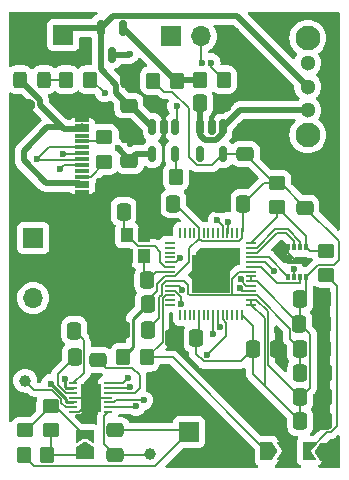
<source format=gbr>
%TF.GenerationSoftware,KiCad,Pcbnew,7.0.9*%
%TF.CreationDate,2024-08-20T21:59:07+03:00*%
%TF.ProjectId,LED-HeadBand,4c45442d-4865-4616-9442-616e642e6b69,rev?*%
%TF.SameCoordinates,Original*%
%TF.FileFunction,Copper,L1,Top*%
%TF.FilePolarity,Positive*%
%FSLAX46Y46*%
G04 Gerber Fmt 4.6, Leading zero omitted, Abs format (unit mm)*
G04 Created by KiCad (PCBNEW 7.0.9) date 2024-08-20 21:59:07*
%MOMM*%
%LPD*%
G01*
G04 APERTURE LIST*
G04 Aperture macros list*
%AMRoundRect*
0 Rectangle with rounded corners*
0 $1 Rounding radius*
0 $2 $3 $4 $5 $6 $7 $8 $9 X,Y pos of 4 corners*
0 Add a 4 corners polygon primitive as box body*
4,1,4,$2,$3,$4,$5,$6,$7,$8,$9,$2,$3,0*
0 Add four circle primitives for the rounded corners*
1,1,$1+$1,$2,$3*
1,1,$1+$1,$4,$5*
1,1,$1+$1,$6,$7*
1,1,$1+$1,$8,$9*
0 Add four rect primitives between the rounded corners*
20,1,$1+$1,$2,$3,$4,$5,0*
20,1,$1+$1,$4,$5,$6,$7,0*
20,1,$1+$1,$6,$7,$8,$9,0*
20,1,$1+$1,$8,$9,$2,$3,0*%
%AMFreePoly0*
4,1,6,1.000000,0.000000,0.500000,-0.750000,-0.500000,-0.750000,-0.500000,0.750000,0.500000,0.750000,1.000000,0.000000,1.000000,0.000000,$1*%
%AMFreePoly1*
4,1,6,0.500000,-0.750000,-0.650000,-0.750000,-0.150000,0.000000,-0.650000,0.750000,0.500000,0.750000,0.500000,-0.750000,0.500000,-0.750000,$1*%
G04 Aperture macros list end*
%TA.AperFunction,ComponentPad*%
%ADD10O,2.000000X1.000000*%
%TD*%
%TA.AperFunction,ComponentPad*%
%ADD11O,1.800000X1.000000*%
%TD*%
%TA.AperFunction,SMDPad,CuDef*%
%ADD12R,1.300000X0.300000*%
%TD*%
%TA.AperFunction,SMDPad,CuDef*%
%ADD13R,0.300000X0.600000*%
%TD*%
%TA.AperFunction,SMDPad,CuDef*%
%ADD14R,1.700000X0.300000*%
%TD*%
%TA.AperFunction,SMDPad,CuDef*%
%ADD15FreePoly0,180.000000*%
%TD*%
%TA.AperFunction,SMDPad,CuDef*%
%ADD16FreePoly1,180.000000*%
%TD*%
%TA.AperFunction,SMDPad,CuDef*%
%ADD17RoundRect,0.250000X-0.337500X-0.475000X0.337500X-0.475000X0.337500X0.475000X-0.337500X0.475000X0*%
%TD*%
%TA.AperFunction,SMDPad,CuDef*%
%ADD18RoundRect,0.250000X-0.450000X0.350000X-0.450000X-0.350000X0.450000X-0.350000X0.450000X0.350000X0*%
%TD*%
%TA.AperFunction,SMDPad,CuDef*%
%ADD19RoundRect,0.250000X0.450000X-0.350000X0.450000X0.350000X-0.450000X0.350000X-0.450000X-0.350000X0*%
%TD*%
%TA.AperFunction,SMDPad,CuDef*%
%ADD20RoundRect,0.250000X-0.475000X0.337500X-0.475000X-0.337500X0.475000X-0.337500X0.475000X0.337500X0*%
%TD*%
%TA.AperFunction,SMDPad,CuDef*%
%ADD21RoundRect,0.150000X-0.150000X0.512500X-0.150000X-0.512500X0.150000X-0.512500X0.150000X0.512500X0*%
%TD*%
%TA.AperFunction,SMDPad,CuDef*%
%ADD22RoundRect,0.250000X0.350000X0.450000X-0.350000X0.450000X-0.350000X-0.450000X0.350000X-0.450000X0*%
%TD*%
%TA.AperFunction,ComponentPad*%
%ADD23R,1.700000X1.700000*%
%TD*%
%TA.AperFunction,ComponentPad*%
%ADD24O,1.700000X1.700000*%
%TD*%
%TA.AperFunction,SMDPad,CuDef*%
%ADD25RoundRect,0.050000X-0.050000X0.387500X-0.050000X-0.387500X0.050000X-0.387500X0.050000X0.387500X0*%
%TD*%
%TA.AperFunction,SMDPad,CuDef*%
%ADD26RoundRect,0.050000X-0.387500X0.050000X-0.387500X-0.050000X0.387500X-0.050000X0.387500X0.050000X0*%
%TD*%
%TA.AperFunction,SMDPad,CuDef*%
%ADD27R,3.200000X3.200000*%
%TD*%
%TA.AperFunction,ComponentPad*%
%ADD28C,2.100000*%
%TD*%
%TA.AperFunction,ComponentPad*%
%ADD29C,1.300000*%
%TD*%
%TA.AperFunction,SMDPad,CuDef*%
%ADD30RoundRect,0.250000X0.337500X0.475000X-0.337500X0.475000X-0.337500X-0.475000X0.337500X-0.475000X0*%
%TD*%
%TA.AperFunction,SMDPad,CuDef*%
%ADD31R,1.000000X1.150000*%
%TD*%
%TA.AperFunction,SMDPad,CuDef*%
%ADD32RoundRect,0.250000X-0.350000X-0.450000X0.350000X-0.450000X0.350000X0.450000X-0.350000X0.450000X0*%
%TD*%
%TA.AperFunction,SMDPad,CuDef*%
%ADD33R,0.700000X0.250000*%
%TD*%
%TA.AperFunction,SMDPad,CuDef*%
%ADD34R,1.780000X2.350000*%
%TD*%
%TA.AperFunction,SMDPad,CuDef*%
%ADD35RoundRect,0.250000X0.475000X-0.337500X0.475000X0.337500X-0.475000X0.337500X-0.475000X-0.337500X0*%
%TD*%
%TA.AperFunction,SMDPad,CuDef*%
%ADD36FreePoly0,90.000000*%
%TD*%
%TA.AperFunction,SMDPad,CuDef*%
%ADD37FreePoly1,90.000000*%
%TD*%
%TA.AperFunction,SMDPad,CuDef*%
%ADD38C,1.000000*%
%TD*%
%TA.AperFunction,SMDPad,CuDef*%
%ADD39RoundRect,0.250000X0.325000X0.450000X-0.325000X0.450000X-0.325000X-0.450000X0.325000X-0.450000X0*%
%TD*%
%TA.AperFunction,SMDPad,CuDef*%
%ADD40FreePoly0,0.000000*%
%TD*%
%TA.AperFunction,SMDPad,CuDef*%
%ADD41FreePoly1,0.000000*%
%TD*%
%TA.AperFunction,ComponentPad*%
%ADD42R,1.676403X1.676403*%
%TD*%
%TA.AperFunction,ComponentPad*%
%ADD43C,1.676403*%
%TD*%
%TA.AperFunction,ViaPad*%
%ADD44C,0.600000*%
%TD*%
%TA.AperFunction,Conductor*%
%ADD45C,0.150000*%
%TD*%
%TA.AperFunction,Conductor*%
%ADD46C,0.250000*%
%TD*%
%TA.AperFunction,Conductor*%
%ADD47C,0.500000*%
%TD*%
%TA.AperFunction,Conductor*%
%ADD48C,0.200000*%
%TD*%
%TA.AperFunction,Conductor*%
%ADD49C,0.300000*%
%TD*%
G04 APERTURE END LIST*
D10*
%TO.P,U6,1,EP*%
%TO.N,GND*%
X129506075Y-33309959D03*
%TO.P,U6,2,EP*%
X129506075Y-41950041D03*
D11*
%TO.P,U6,3,EP*%
X125325988Y-33309959D03*
%TO.P,U6,4,EP*%
X125325988Y-41950041D03*
D12*
%TO.P,U6,A1,GND*%
X130156062Y-34279987D03*
%TO.P,U6,A4,VBUS*%
%TO.N,+5V*%
X130156062Y-35080089D03*
%TO.P,U6,A5,CC1*%
%TO.N,Net-(U6-CC1)*%
X130156062Y-36380064D03*
%TO.P,U6,A6,DP1*%
%TO.N,/USB_DP*%
X130156062Y-37380064D03*
%TO.P,U6,A7,DN1*%
%TO.N,/USB_DM*%
X130156062Y-37879936D03*
%TO.P,U6,A8,SUB1*%
%TO.N,unconnected-(U6-SUB1-PadA8)*%
X130156062Y-38879682D03*
%TO.P,U6,A9,VBUS*%
%TO.N,+5V*%
X130155808Y-40180165D03*
%TO.P,U6,A12,GND*%
%TO.N,GND*%
X130156062Y-40980013D03*
%TO.P,U6,B1,GND*%
X130156062Y-40680038D03*
%TO.P,U6,B4,VBUS*%
%TO.N,+5V*%
X130155808Y-39879936D03*
%TO.P,U6,B5,CC2*%
%TO.N,Net-(U6-CC2)*%
X130156062Y-39380064D03*
%TO.P,U6,B6,DP2*%
%TO.N,/USB_DP*%
X130156062Y-38380064D03*
%TO.P,U6,B7,DN2*%
%TO.N,/USB_DM*%
X130156062Y-36879936D03*
%TO.P,U6,B8,SUB2*%
%TO.N,unconnected-(U6-SUB2-PadB8)*%
X130156062Y-35879936D03*
%TO.P,U6,B9,VBUS*%
%TO.N,+5V*%
X130156062Y-35380064D03*
%TO.P,U6,B12,GND*%
%TO.N,GND*%
X130156062Y-34579962D03*
%TD*%
D13*
%TO.P,U3,1,~{CS}*%
%TO.N,/QSPI_SS*%
X149140000Y-45347500D03*
%TO.P,U3,2,DO/IO1*%
%TO.N,/QSPI_SD1*%
X148640000Y-45347500D03*
%TO.P,U3,3,~{WP}/IO2*%
%TO.N,/QSPI_SD2*%
X148140000Y-45347500D03*
%TO.P,U3,4,GND*%
%TO.N,GND*%
X147640000Y-45347500D03*
%TO.P,U3,5,DI/IO0*%
%TO.N,/QSPI_SD0*%
X147640000Y-47847500D03*
%TO.P,U3,6,CLK*%
%TO.N,/QSPI_SCLK*%
X148140000Y-47847500D03*
%TO.P,U3,7,~{HOLD}/~{RESET}/IO3*%
%TO.N,/QSPI_SD3*%
X148640000Y-47847500D03*
%TO.P,U3,8,VCC*%
%TO.N,+3.3V*%
X149140000Y-47847500D03*
D14*
%TO.P,U3,9,EXP*%
%TO.N,GND*%
X148390000Y-46597500D03*
%TD*%
D15*
%TO.P,JP3,1,A*%
%TO.N,GND*%
X150805000Y-62649200D03*
D16*
%TO.P,JP3,2,B*%
%TO.N,Net-(JP3-B)*%
X149355000Y-62560000D03*
%TD*%
D17*
%TO.P,C20,1*%
%TO.N,Net-(SW2A-A)*%
X140152500Y-33120000D03*
%TO.P,C20,2*%
%TO.N,GND*%
X142227500Y-33120000D03*
%TD*%
D18*
%TO.P,R10,1*%
%TO.N,+3.3V*%
X146700000Y-39920000D03*
%TO.P,R10,2*%
%TO.N,/QSPI_SS*%
X146700000Y-41920000D03*
%TD*%
D19*
%TO.P,R9,1*%
%TO.N,Net-(JP3-B)*%
X150820000Y-47650000D03*
%TO.P,R9,2*%
%TO.N,/QSPI_SS*%
X150820000Y-45650000D03*
%TD*%
%TO.P,R3,1*%
%TO.N,/TH*%
X125349000Y-60810000D03*
%TO.P,R3,2*%
%TO.N,GND*%
X125349000Y-58810000D03*
%TD*%
D20*
%TO.P,C12,1*%
%TO.N,GND*%
X149030000Y-39902500D03*
%TO.P,C12,2*%
%TO.N,+3.3V*%
X149030000Y-41977500D03*
%TD*%
D17*
%TO.P,C7,1*%
%TO.N,GND*%
X133652500Y-52310000D03*
%TO.P,C7,2*%
%TO.N,Net-(U2-VREG_VOUT)*%
X135727500Y-52310000D03*
%TD*%
D21*
%TO.P,Q1,1,G*%
%TO.N,Net-(Q1-G)*%
X133639600Y-26782600D03*
%TO.P,Q1,2,S*%
%TO.N,+BATT*%
X131739600Y-26782600D03*
%TO.P,Q1,3,D*%
%TO.N,/Diode_power*%
X132689600Y-29057600D03*
%TD*%
D17*
%TO.P,C4,1*%
%TO.N,GND*%
X137773500Y-53035200D03*
%TO.P,C4,2*%
%TO.N,+3.3V*%
X139848500Y-53035200D03*
%TD*%
D22*
%TO.P,R11,1*%
%TO.N,/MOSFET_Controll*%
X142170000Y-31150000D03*
%TO.P,R11,2*%
%TO.N,Net-(Q1-G)*%
X140170000Y-31150000D03*
%TD*%
D19*
%TO.P,R6,1*%
%TO.N,Net-(U6-CC1)*%
X132070000Y-36030000D03*
%TO.P,R6,2*%
%TO.N,GND*%
X132070000Y-34030000D03*
%TD*%
D23*
%TO.P,J2,1,Pin_1*%
%TO.N,/Diode_power*%
X137685000Y-27490000D03*
D24*
%TO.P,J2,2,Pin_2*%
%TO.N,/Diode_Cont*%
X140225000Y-27490000D03*
%TO.P,J2,3,Pin_3*%
%TO.N,GND*%
X142765000Y-27490000D03*
%TD*%
D25*
%TO.P,U2,1,IOVDD*%
%TO.N,+3.3V*%
X143671600Y-44162100D03*
%TO.P,U2,2,GPIO0*%
%TO.N,unconnected-(U2-GPIO0-Pad2)*%
X143271600Y-44162100D03*
%TO.P,U2,3,GPIO1*%
%TO.N,unconnected-(U2-GPIO1-Pad3)*%
X142871600Y-44162100D03*
%TO.P,U2,4,GPIO2*%
%TO.N,/Diode_Cont*%
X142471600Y-44162100D03*
%TO.P,U2,5,GPIO3*%
%TO.N,/MOSFET_Controll*%
X142071600Y-44162100D03*
%TO.P,U2,6,GPIO4*%
%TO.N,unconnected-(U2-GPIO4-Pad6)*%
X141671600Y-44162100D03*
%TO.P,U2,7,GPIO5*%
%TO.N,unconnected-(U2-GPIO5-Pad7)*%
X141271600Y-44162100D03*
%TO.P,U2,8,GPIO6*%
%TO.N,unconnected-(U2-GPIO6-Pad8)*%
X140871600Y-44162100D03*
%TO.P,U2,9,GPIO7*%
%TO.N,unconnected-(U2-GPIO7-Pad9)*%
X140471600Y-44162100D03*
%TO.P,U2,10,IOVDD*%
%TO.N,+3.3V*%
X140071600Y-44162100D03*
%TO.P,U2,11,GPIO8*%
%TO.N,unconnected-(U2-GPIO8-Pad11)*%
X139671600Y-44162100D03*
%TO.P,U2,12,GPIO9*%
%TO.N,unconnected-(U2-GPIO9-Pad12)*%
X139271600Y-44162100D03*
%TO.P,U2,13,GPIO10*%
%TO.N,unconnected-(U2-GPIO10-Pad13)*%
X138871600Y-44162100D03*
%TO.P,U2,14,GPIO11*%
%TO.N,unconnected-(U2-GPIO11-Pad14)*%
X138471600Y-44162100D03*
D26*
%TO.P,U2,15,GPIO12*%
%TO.N,unconnected-(U2-GPIO12-Pad15)*%
X137634100Y-44999600D03*
%TO.P,U2,16,GPIO13*%
%TO.N,unconnected-(U2-GPIO13-Pad16)*%
X137634100Y-45399600D03*
%TO.P,U2,17,GPIO14*%
%TO.N,unconnected-(U2-GPIO14-Pad17)*%
X137634100Y-45799600D03*
%TO.P,U2,18,GPIO15*%
%TO.N,unconnected-(U2-GPIO15-Pad18)*%
X137634100Y-46199600D03*
%TO.P,U2,19,TESTEN*%
%TO.N,GND*%
X137634100Y-46599600D03*
%TO.P,U2,20,XIN*%
%TO.N,Net-(U2-XIN)*%
X137634100Y-46999600D03*
%TO.P,U2,21,XOUT*%
%TO.N,Net-(U2-XOUT)*%
X137634100Y-47399600D03*
%TO.P,U2,22,IOVDD*%
%TO.N,+3.3V*%
X137634100Y-47799600D03*
%TO.P,U2,23,DVDD*%
%TO.N,Net-(U2-VREG_VOUT)*%
X137634100Y-48199600D03*
%TO.P,U2,24,SWCLK*%
%TO.N,/SWCLK*%
X137634100Y-48599600D03*
%TO.P,U2,25,SWD*%
%TO.N,/SWDIO*%
X137634100Y-48999600D03*
%TO.P,U2,26,RUN*%
%TO.N,Net-(JP2-A)*%
X137634100Y-49399600D03*
%TO.P,U2,27,GPIO16*%
%TO.N,unconnected-(U2-GPIO16-Pad27)*%
X137634100Y-49799600D03*
%TO.P,U2,28,GPIO17*%
%TO.N,unconnected-(U2-GPIO17-Pad28)*%
X137634100Y-50199600D03*
D25*
%TO.P,U2,29,GPIO18*%
%TO.N,unconnected-(U2-GPIO18-Pad29)*%
X138471600Y-51037100D03*
%TO.P,U2,30,GPIO19*%
%TO.N,unconnected-(U2-GPIO19-Pad30)*%
X138871600Y-51037100D03*
%TO.P,U2,31,GPIO20*%
%TO.N,unconnected-(U2-GPIO20-Pad31)*%
X139271600Y-51037100D03*
%TO.P,U2,32,GPIO21*%
%TO.N,unconnected-(U2-GPIO21-Pad32)*%
X139671600Y-51037100D03*
%TO.P,U2,33,IOVDD*%
%TO.N,+3.3V*%
X140071600Y-51037100D03*
%TO.P,U2,34,GPIO22*%
%TO.N,unconnected-(U2-GPIO22-Pad34)*%
X140471600Y-51037100D03*
%TO.P,U2,35,GPIO23*%
%TO.N,unconnected-(U2-GPIO23-Pad35)*%
X140871600Y-51037100D03*
%TO.P,U2,36,GPIO24*%
%TO.N,/GAIN*%
X141271600Y-51037100D03*
%TO.P,U2,37,GPIO25*%
%TO.N,/A{slash}R*%
X141671600Y-51037100D03*
%TO.P,U2,38,GPIO26_ADC0*%
%TO.N,/MICOUT*%
X142071600Y-51037100D03*
%TO.P,U2,39,GPIO27_ADC1*%
%TO.N,unconnected-(U2-GPIO27_ADC1-Pad39)*%
X142471600Y-51037100D03*
%TO.P,U2,40,GPIO28_ADC2*%
%TO.N,unconnected-(U2-GPIO28_ADC2-Pad40)*%
X142871600Y-51037100D03*
%TO.P,U2,41,GPIO29_ADC3*%
%TO.N,unconnected-(U2-GPIO29_ADC3-Pad41)*%
X143271600Y-51037100D03*
%TO.P,U2,42,IOVDD*%
%TO.N,+3.3V*%
X143671600Y-51037100D03*
D26*
%TO.P,U2,43,ADC_AVDD*%
X144509100Y-50199600D03*
%TO.P,U2,44,VREG_IN*%
X144509100Y-49799600D03*
%TO.P,U2,45,VREG_VOUT*%
%TO.N,Net-(U2-VREG_VOUT)*%
X144509100Y-49399600D03*
%TO.P,U2,46,USB_DM*%
%TO.N,/USB_DM*%
X144509100Y-48999600D03*
%TO.P,U2,47,USB_DP*%
%TO.N,/USB_DP*%
X144509100Y-48599600D03*
%TO.P,U2,48,USB_VDD*%
%TO.N,+3.3V*%
X144509100Y-48199600D03*
%TO.P,U2,49,IOVDD*%
X144509100Y-47799600D03*
%TO.P,U2,50,DVDD*%
%TO.N,Net-(U2-VREG_VOUT)*%
X144509100Y-47399600D03*
%TO.P,U2,51,QSPI_SD3*%
%TO.N,/QSPI_SD3*%
X144509100Y-46999600D03*
%TO.P,U2,52,QSPI_SCLK*%
%TO.N,/QSPI_SCLK*%
X144509100Y-46599600D03*
%TO.P,U2,53,QSPI_SD0*%
%TO.N,/QSPI_SD0*%
X144509100Y-46199600D03*
%TO.P,U2,54,QSPI_SD2*%
%TO.N,/QSPI_SD2*%
X144509100Y-45799600D03*
%TO.P,U2,55,QSPI_SD1*%
%TO.N,/QSPI_SD1*%
X144509100Y-45399600D03*
%TO.P,U2,56,QSPI_SS*%
%TO.N,/QSPI_SS*%
X144509100Y-44999600D03*
D27*
%TO.P,U2,57,GND*%
%TO.N,GND*%
X141071600Y-47599600D03*
%TD*%
D22*
%TO.P,R4,1*%
%TO.N,Net-(U5-PROG)*%
X138140000Y-39390000D03*
%TO.P,R4,2*%
%TO.N,GND*%
X136140000Y-39390000D03*
%TD*%
D28*
%TO.P,SW2,*%
%TO.N,*%
X149280000Y-35830000D03*
X149280000Y-27630000D03*
D29*
%TO.P,SW2,1,A*%
%TO.N,Net-(SW2A-A)*%
X149280000Y-33730000D03*
%TO.P,SW2,2,B*%
%TO.N,+BATT*%
X149280000Y-31730000D03*
%TO.P,SW2,3,C*%
%TO.N,unconnected-(SW2A-C-Pad3)*%
X149280000Y-29730000D03*
%TD*%
D30*
%TO.P,C6,1*%
%TO.N,GND*%
X150643500Y-51816000D03*
%TO.P,C6,2*%
%TO.N,+3.3V*%
X148568500Y-51816000D03*
%TD*%
D31*
%TO.P,Y1,1,1*%
%TO.N,Net-(U2-XOUT)*%
X135380000Y-46075000D03*
%TO.P,Y1,2,2*%
%TO.N,GND*%
X135380000Y-44325000D03*
%TO.P,Y1,3,3*%
%TO.N,Net-(U2-XIN)*%
X133980000Y-44325000D03*
%TO.P,Y1,4,4*%
%TO.N,GND*%
X133980000Y-46075000D03*
%TD*%
D21*
%TO.P,U4,1,VIN*%
%TO.N,Net-(SW2A-A)*%
X142090000Y-35192500D03*
%TO.P,U4,2,GND*%
%TO.N,GND*%
X141140000Y-35192500D03*
%TO.P,U4,3,EN*%
%TO.N,Net-(SW2A-A)*%
X140190000Y-35192500D03*
%TO.P,U4,4,NC*%
%TO.N,unconnected-(U4-NC-Pad4)*%
X140190000Y-37467500D03*
%TO.P,U4,5,VOUT*%
%TO.N,+3.3V*%
X142090000Y-37467500D03*
%TD*%
D30*
%TO.P,C8,1*%
%TO.N,GND*%
X150697500Y-53975000D03*
%TO.P,C8,2*%
%TO.N,Net-(U2-VREG_VOUT)*%
X148622500Y-53975000D03*
%TD*%
D32*
%TO.P,R8,1*%
%TO.N,+3.3V*%
X133650000Y-54660000D03*
%TO.P,R8,2*%
%TO.N,Net-(JP2-A)*%
X135650000Y-54660000D03*
%TD*%
D23*
%TO.P,J1,1,Pin_1*%
%TO.N,/SWCLK*%
X126040000Y-44540000D03*
D24*
%TO.P,J1,2,Pin_2*%
%TO.N,GND*%
X126040000Y-47080000D03*
%TO.P,J1,3,Pin_3*%
%TO.N,/SWDIO*%
X126040000Y-49620000D03*
%TD*%
D23*
%TO.P,BT1,1,+*%
%TO.N,+BATT*%
X128579800Y-27381200D03*
D24*
%TO.P,BT1,2,-*%
%TO.N,GND*%
X126039800Y-27381200D03*
%TD*%
D17*
%TO.P,C1,1*%
%TO.N,GND*%
X141761300Y-41656000D03*
%TO.P,C1,2*%
%TO.N,+3.3V*%
X143836300Y-41656000D03*
%TD*%
D33*
%TO.P,U1,1,CT*%
%TO.N,Net-(U1-CT)*%
X129430000Y-56862500D03*
%TO.P,U1,2,~{SHDN}*%
%TO.N,+3.3V*%
X129430000Y-57262500D03*
%TO.P,U1,3,CG*%
%TO.N,Net-(U1-CG)*%
X129430000Y-57662500D03*
%TO.P,U1,4,GND*%
%TO.N,GND*%
X129430000Y-58062500D03*
%TO.P,U1,5,VDD*%
%TO.N,+3.3V*%
X129430000Y-58462500D03*
%TO.P,U1,6,MICOUT*%
%TO.N,/MICOUT*%
X129430000Y-58862500D03*
%TO.P,U1,7,GND*%
%TO.N,GND*%
X129430000Y-59262500D03*
%TO.P,U1,8,MICIN*%
%TO.N,/MICIN*%
X132380000Y-59262500D03*
%TO.P,U1,9,A/R*%
%TO.N,/A{slash}R*%
X132380000Y-58862500D03*
%TO.P,U1,10,GAIN*%
%TO.N,/GAIN*%
X132380000Y-58462500D03*
%TO.P,U1,11,GND*%
%TO.N,GND*%
X132380000Y-58062500D03*
%TO.P,U1,12,BIAS*%
%TO.N,Net-(U1-BIAS)*%
X132380000Y-57662500D03*
%TO.P,U1,13,MICBIAS*%
%TO.N,/MICBIAS*%
X132380000Y-57262500D03*
%TO.P,U1,14,TH*%
%TO.N,/TH*%
X132380000Y-56862500D03*
D34*
%TO.P,U1,15,GND*%
%TO.N,GND*%
X130905000Y-58062500D03*
%TD*%
D35*
%TO.P,C22,1*%
%TO.N,+5V*%
X134180000Y-38017500D03*
%TO.P,C22,2*%
%TO.N,GND*%
X134180000Y-35942500D03*
%TD*%
D36*
%TO.P,JP1,1,A*%
%TO.N,/MICBIAS*%
X130429000Y-62795000D03*
D37*
%TO.P,JP1,2,B*%
%TO.N,/TH*%
X130429000Y-61345000D03*
%TD*%
D38*
%TO.P,M-IN,1,1*%
%TO.N,/MICIN*%
X135890000Y-62865000D03*
%TD*%
D39*
%TO.P,D1,1,K*%
%TO.N,Net-(D1-K)*%
X126958200Y-31140400D03*
%TO.P,D1,2,A*%
%TO.N,+5V*%
X124908200Y-31140400D03*
%TD*%
D38*
%TO.P,MOUT,1,1*%
%TO.N,/MICOUT*%
X125349000Y-56642000D03*
%TD*%
D17*
%TO.P,C14,1*%
%TO.N,GND*%
X133622500Y-48120000D03*
%TO.P,C14,2*%
%TO.N,Net-(U2-XOUT)*%
X135697500Y-48120000D03*
%TD*%
D22*
%TO.P,R12,1*%
%TO.N,Net-(Q1-G)*%
X138180000Y-31230000D03*
%TO.P,R12,2*%
%TO.N,+3.3V*%
X136180000Y-31230000D03*
%TD*%
D30*
%TO.P,C11,1*%
%TO.N,GND*%
X150687500Y-49730000D03*
%TO.P,C11,2*%
%TO.N,+3.3V*%
X148612500Y-49730000D03*
%TD*%
D20*
%TO.P,C17,1*%
%TO.N,GND*%
X131530000Y-52792500D03*
%TO.P,C17,2*%
%TO.N,Net-(U1-BIAS)*%
X131530000Y-54867500D03*
%TD*%
D19*
%TO.P,R2,1*%
%TO.N,/MICBIAS*%
X127508000Y-60817000D03*
%TO.P,R2,2*%
%TO.N,/TH*%
X127508000Y-58817000D03*
%TD*%
D20*
%TO.P,C19,1*%
%TO.N,Net-(C19-Pad1)*%
X132969000Y-60811500D03*
%TO.P,C19,2*%
%TO.N,/MICIN*%
X132969000Y-62886500D03*
%TD*%
D17*
%TO.P,C16,1*%
%TO.N,GND*%
X127462500Y-54670000D03*
%TO.P,C16,2*%
%TO.N,Net-(U1-CG)*%
X129537500Y-54670000D03*
%TD*%
D35*
%TO.P,C18,1*%
%TO.N,+3.3V*%
X143990000Y-37447500D03*
%TO.P,C18,2*%
%TO.N,GND*%
X143990000Y-35372500D03*
%TD*%
D30*
%TO.P,C10,1*%
%TO.N,GND*%
X150719000Y-58034000D03*
%TO.P,C10,2*%
%TO.N,+3.3V*%
X148644000Y-58034000D03*
%TD*%
D22*
%TO.P,R5,1*%
%TO.N,Net-(U5-STAT)*%
X130844800Y-31140400D03*
%TO.P,R5,2*%
%TO.N,Net-(D1-K)*%
X128844800Y-31140400D03*
%TD*%
D40*
%TO.P,JP2,1,A*%
%TO.N,Net-(JP2-A)*%
X145785000Y-62580000D03*
D41*
%TO.P,JP2,2,B*%
%TO.N,GND*%
X147235000Y-62580000D03*
%TD*%
D32*
%TO.P,R1,1*%
%TO.N,Net-(C19-Pad1)*%
X125238000Y-62950000D03*
%TO.P,R1,2*%
%TO.N,/MICBIAS*%
X127238000Y-62950000D03*
%TD*%
D30*
%TO.P,C24,1*%
%TO.N,GND*%
X150719000Y-60066000D03*
%TO.P,C24,2*%
%TO.N,+3.3V*%
X148644000Y-60066000D03*
%TD*%
D17*
%TO.P,C15,1*%
%TO.N,GND*%
X127442500Y-52410000D03*
%TO.P,C15,2*%
%TO.N,Net-(U1-CT)*%
X129517500Y-52410000D03*
%TD*%
D42*
%TO.P,U7,1,1*%
%TO.N,Net-(C19-Pad1)*%
X139239994Y-60990000D03*
D43*
%TO.P,U7,2,2*%
%TO.N,GND*%
X141780000Y-60990000D03*
%TD*%
D18*
%TO.P,R7,1*%
%TO.N,Net-(U6-CC2)*%
X132060000Y-38090000D03*
%TO.P,R7,2*%
%TO.N,GND*%
X132060000Y-40090000D03*
%TD*%
D30*
%TO.P,C13,1*%
%TO.N,GND*%
X135757500Y-42320000D03*
%TO.P,C13,2*%
%TO.N,Net-(U2-XIN)*%
X133682500Y-42320000D03*
%TD*%
%TO.P,C9,1*%
%TO.N,GND*%
X150719000Y-56002000D03*
%TO.P,C9,2*%
%TO.N,Net-(U2-VREG_VOUT)*%
X148644000Y-56002000D03*
%TD*%
%TO.P,C2,1*%
%TO.N,GND*%
X139975500Y-41656000D03*
%TO.P,C2,2*%
%TO.N,+3.3V*%
X137900500Y-41656000D03*
%TD*%
D21*
%TO.P,U5,1,STAT*%
%TO.N,Net-(U5-STAT)*%
X138030000Y-35152500D03*
%TO.P,U5,2,V_{SS}*%
%TO.N,GND*%
X137080000Y-35152500D03*
%TO.P,U5,3,V_{BAT}*%
%TO.N,+BATT*%
X136130000Y-35152500D03*
%TO.P,U5,4,V_{DD}*%
%TO.N,+5V*%
X136130000Y-37427500D03*
%TO.P,U5,5,PROG*%
%TO.N,Net-(U5-PROG)*%
X138030000Y-37427500D03*
%TD*%
D35*
%TO.P,C21,1*%
%TO.N,+BATT*%
X134140000Y-33347500D03*
%TO.P,C21,2*%
%TO.N,GND*%
X134140000Y-31272500D03*
%TD*%
D30*
%TO.P,C5,1*%
%TO.N,GND*%
X146706500Y-53975000D03*
%TO.P,C5,2*%
%TO.N,+3.3V*%
X144631500Y-53975000D03*
%TD*%
D17*
%TO.P,C3,1*%
%TO.N,GND*%
X133652500Y-50170000D03*
%TO.P,C3,2*%
%TO.N,+3.3V*%
X135727500Y-50170000D03*
%TD*%
D44*
%TO.N,GND*%
X144018000Y-35433000D03*
X127254000Y-29337000D03*
X143510000Y-39624000D03*
X142113000Y-32893000D03*
X134239000Y-31115000D03*
X131064000Y-33020000D03*
X136144000Y-39370000D03*
X146685000Y-52324000D03*
X138498100Y-46244660D03*
X140081000Y-47498000D03*
X136525000Y-44323000D03*
X144907000Y-30480000D03*
X147447000Y-62738000D03*
X150622000Y-62738000D03*
X150622000Y-59944000D03*
X146685000Y-45466000D03*
X132334000Y-50292000D03*
X131064000Y-58062500D03*
%TO.N,/Diode_power*%
X134239000Y-28956000D03*
%TO.N,/MOSFET_Controll*%
X141097000Y-29718000D03*
X141605000Y-43053000D03*
%TO.N,/Diode_Cont*%
X142494000Y-43180000D03*
X140335000Y-29718000D03*
%TO.N,Net-(U5-STAT)*%
X138176000Y-33401000D03*
X132080000Y-32258000D03*
%TO.N,+5V*%
X128509711Y-35192879D03*
X133223000Y-36957000D03*
%TO.N,/USB_DP*%
X128524000Y-37406436D03*
%TO.N,/USB_DM*%
X126365000Y-37846000D03*
X143506146Y-48771854D03*
%TO.N,/USB_DP*%
X128270000Y-38716500D03*
X143599565Y-47990665D03*
%TO.N,/QSPI_SCLK*%
X148082000Y-47174002D03*
X146424958Y-47377042D03*
%TO.N,/SWCLK*%
X138658999Y-48920001D03*
%TO.N,/SWDIO*%
X138557000Y-50165000D03*
%TO.N,+3.3V*%
X128736628Y-56484519D03*
X133650000Y-54660000D03*
X127508000Y-56896000D03*
%TO.N,/MICOUT*%
X125349000Y-56642000D03*
X140716785Y-54483000D03*
%TO.N,/GAIN*%
X135382000Y-58299500D03*
X141230500Y-52705000D03*
%TO.N,/A{slash}R*%
X141859000Y-52070000D03*
X134747000Y-58801000D03*
%TO.N,/TH*%
X130429000Y-61345000D03*
X134096521Y-56437606D03*
%TO.N,/MICBIAS*%
X134239000Y-57150000D03*
X130429000Y-62795000D03*
%TD*%
D45*
%TO.N,GND*%
X137080000Y-38434000D02*
X136144000Y-39370000D01*
X137080000Y-35152500D02*
X137080000Y-38434000D01*
X138143160Y-46599600D02*
X138498100Y-46244660D01*
X137634100Y-46599600D02*
X138143160Y-46599600D01*
X147289000Y-62580000D02*
X147447000Y-62738000D01*
X147235000Y-62580000D02*
X147289000Y-62580000D01*
X150710800Y-62649200D02*
X150622000Y-62738000D01*
X150805000Y-62649200D02*
X150710800Y-62649200D01*
X150719000Y-60041000D02*
X150622000Y-59944000D01*
X150719000Y-60066000D02*
X150719000Y-60041000D01*
X146803500Y-45347500D02*
X146685000Y-45466000D01*
X147640000Y-45347500D02*
X146803500Y-45347500D01*
X147640000Y-45847500D02*
X147640000Y-45347500D01*
X148390000Y-46597500D02*
X147640000Y-45847500D01*
X132456000Y-50170000D02*
X132334000Y-50292000D01*
X133652500Y-50170000D02*
X132456000Y-50170000D01*
X130905000Y-58062500D02*
X131064000Y-58062500D01*
X132380000Y-58062500D02*
X131064000Y-58062500D01*
X129930000Y-59262500D02*
X130905000Y-58287500D01*
X130905000Y-58287500D02*
X130905000Y-58062500D01*
X129430000Y-59262500D02*
X129930000Y-59262500D01*
X129430000Y-58062500D02*
X130905000Y-58062500D01*
%TO.N,/MICOUT*%
X126111000Y-57404000D02*
X125349000Y-56642000D01*
X127599104Y-57404000D02*
X126111000Y-57404000D01*
X128410000Y-58483948D02*
X128410000Y-58214896D01*
X128410000Y-58214896D02*
X127599104Y-57404000D01*
X128788552Y-58862500D02*
X128410000Y-58483948D01*
X129430000Y-58862500D02*
X128788552Y-58862500D01*
D46*
%TO.N,+3.3V*%
X128828000Y-58170448D02*
X127553552Y-56896000D01*
X127553552Y-56896000D02*
X127508000Y-56896000D01*
X128828000Y-58439500D02*
X128828000Y-58170448D01*
X128851000Y-58462500D02*
X128828000Y-58439500D01*
X129430000Y-58462500D02*
X128851000Y-58462500D01*
X128736628Y-57148128D02*
X128851000Y-57262500D01*
X128736628Y-56484519D02*
X128736628Y-57148128D01*
X128851000Y-57262500D02*
X129430000Y-57262500D01*
D45*
%TO.N,Net-(U1-CG)*%
X128143000Y-56064500D02*
X129537500Y-54670000D01*
X128143000Y-57023000D02*
X128143000Y-56064500D01*
X128782500Y-57662500D02*
X128143000Y-57023000D01*
X129430000Y-57662500D02*
X128782500Y-57662500D01*
D47*
%TO.N,+5V*%
X127240121Y-35192879D02*
X128509711Y-35192879D01*
X125222000Y-37211000D02*
X127240121Y-35192879D01*
X125222000Y-37973000D02*
X125222000Y-37211000D01*
X129129062Y-39878000D02*
X127127000Y-39878000D01*
X129158126Y-39907064D02*
X129129062Y-39878000D01*
X130030744Y-40005000D02*
X129932808Y-39907064D01*
X129932808Y-39907064D02*
X129158126Y-39907064D01*
X127127000Y-39878000D02*
X125222000Y-37973000D01*
D48*
%TO.N,+3.3V*%
X140071600Y-44599600D02*
X140071600Y-44162100D01*
X139244600Y-46626600D02*
X139244600Y-45426600D01*
X138071600Y-47799600D02*
X139244600Y-46626600D01*
X137634100Y-47799600D02*
X138071600Y-47799600D01*
X139244600Y-45426600D02*
X140071600Y-44599600D01*
X137107000Y-32157000D02*
X136180000Y-31230000D01*
X139192000Y-37669316D02*
X139192000Y-33554000D01*
X139192000Y-33554000D02*
X137795000Y-32157000D01*
X137795000Y-32157000D02*
X137107000Y-32157000D01*
X141200500Y-38357000D02*
X139879684Y-38357000D01*
X139879684Y-38357000D02*
X139192000Y-37669316D01*
X142090000Y-37467500D02*
X141200500Y-38357000D01*
D47*
%TO.N,/Diode_power*%
X134137400Y-29057600D02*
X134239000Y-28956000D01*
X132689600Y-29057600D02*
X134137400Y-29057600D01*
D48*
%TO.N,/MOSFET_Controll*%
X141097000Y-30077000D02*
X142170000Y-31150000D01*
X141097000Y-29718000D02*
X141097000Y-30077000D01*
X142071600Y-43519600D02*
X141605000Y-43053000D01*
X142071600Y-44162100D02*
X142071600Y-43519600D01*
%TO.N,/Diode_Cont*%
X142494000Y-44139700D02*
X142471600Y-44162100D01*
X142494000Y-43180000D02*
X142494000Y-44139700D01*
X140225000Y-29608000D02*
X140335000Y-29718000D01*
X140225000Y-27490000D02*
X140225000Y-29608000D01*
%TO.N,Net-(U5-PROG)*%
X138140000Y-37537500D02*
X138030000Y-37427500D01*
X138140000Y-39390000D02*
X138140000Y-37537500D01*
%TO.N,+3.3V*%
X143671600Y-44592724D02*
X143671600Y-44162100D01*
X143437724Y-44826600D02*
X143671600Y-44592724D01*
X140298600Y-44826600D02*
X143437724Y-44826600D01*
X140071600Y-44599600D02*
X140298600Y-44826600D01*
D46*
X134492000Y-51405500D02*
X135727500Y-50170000D01*
X134492000Y-53818000D02*
X134492000Y-51405500D01*
X133650000Y-54660000D02*
X134492000Y-53818000D01*
D48*
X140498494Y-55010000D02*
X139848500Y-54360006D01*
X143596500Y-55010000D02*
X140498494Y-55010000D01*
X144631500Y-53975000D02*
X143596500Y-55010000D01*
X139848500Y-54360006D02*
X139848500Y-53035200D01*
X146460500Y-57882500D02*
X145669000Y-57091000D01*
X144631500Y-53975000D02*
X144631500Y-56053500D01*
X144631500Y-56053500D02*
X146460500Y-57882500D01*
X148644000Y-60066000D02*
X146460500Y-57882500D01*
X144509100Y-49799600D02*
X144509100Y-50199600D01*
X148644000Y-58034000D02*
X148644000Y-60066000D01*
X149458500Y-52706000D02*
X149458500Y-57219500D01*
X149458500Y-57219500D02*
X148644000Y-58034000D01*
X148568500Y-51816000D02*
X149458500Y-52706000D01*
X150165494Y-46823000D02*
X149140000Y-47848494D01*
X149140000Y-49202500D02*
X148612500Y-49730000D01*
X151474506Y-46823000D02*
X150165494Y-46823000D01*
X149140000Y-47848494D02*
X149140000Y-49202500D01*
X151900000Y-46397506D02*
X151474506Y-46823000D01*
X151900000Y-44847500D02*
X151900000Y-46397506D01*
X149030000Y-41977500D02*
X151900000Y-44847500D01*
X146972500Y-39920000D02*
X149030000Y-41977500D01*
X146700000Y-39920000D02*
X146972500Y-39920000D01*
X146462500Y-39920000D02*
X146700000Y-39920000D01*
X143990000Y-37447500D02*
X146462500Y-39920000D01*
X143970000Y-37467500D02*
X143990000Y-37447500D01*
X142090000Y-37467500D02*
X143970000Y-37467500D01*
X146700000Y-39920000D02*
X145572300Y-39920000D01*
X145572300Y-39920000D02*
X143836300Y-41656000D01*
X143836300Y-43997400D02*
X143671600Y-44162100D01*
X143836300Y-41656000D02*
X143836300Y-43997400D01*
X135727500Y-49819500D02*
X135727500Y-50170000D01*
X136512000Y-49035000D02*
X135727500Y-49819500D01*
X136512000Y-48484200D02*
X136512000Y-49035000D01*
X137196600Y-47799600D02*
X136512000Y-48484200D01*
X137634100Y-47799600D02*
X137196600Y-47799600D01*
D45*
%TO.N,Net-(U2-VREG_VOUT)*%
X137238832Y-48199600D02*
X137634100Y-48199600D01*
X136906000Y-48532432D02*
X137238832Y-48199600D01*
X136906000Y-49340694D02*
X136906000Y-48532432D01*
X136707000Y-49539694D02*
X136906000Y-49340694D01*
X135727500Y-52310000D02*
X136707000Y-51330500D01*
X136707000Y-51330500D02*
X136707000Y-49539694D01*
D48*
%TO.N,+3.3V*%
X140071600Y-43724600D02*
X140071600Y-44162100D01*
X137900500Y-41656000D02*
X138003000Y-41656000D01*
X138003000Y-41656000D02*
X140071600Y-43724600D01*
%TO.N,Net-(U2-XIN)*%
X137203476Y-46999600D02*
X137634100Y-46999600D01*
X136332000Y-45273000D02*
X136779000Y-45720000D01*
X136779000Y-45720000D02*
X136779000Y-46575124D01*
X134928000Y-45273000D02*
X136332000Y-45273000D01*
X136779000Y-46575124D02*
X137203476Y-46999600D01*
X133980000Y-44325000D02*
X134928000Y-45273000D01*
%TO.N,Net-(U2-XOUT)*%
X136417900Y-47399600D02*
X137634100Y-47399600D01*
X135697500Y-48120000D02*
X136417900Y-47399600D01*
X135380000Y-46075000D02*
X135380000Y-47802500D01*
X135380000Y-47802500D02*
X135697500Y-48120000D01*
%TO.N,Net-(U2-XIN)*%
X133682500Y-44027500D02*
X133980000Y-44325000D01*
X133682500Y-42320000D02*
X133682500Y-44027500D01*
%TO.N,Net-(U5-STAT)*%
X138176000Y-35006500D02*
X138030000Y-35152500D01*
X138176000Y-33401000D02*
X138176000Y-35006500D01*
X130962400Y-31140400D02*
X132080000Y-32258000D01*
X130844800Y-31140400D02*
X130962400Y-31140400D01*
%TO.N,Net-(D1-K)*%
X126958200Y-31140400D02*
X128844800Y-31140400D01*
D47*
%TO.N,+5V*%
X126602988Y-33286156D02*
X128509711Y-35192879D01*
X126602988Y-32835188D02*
X126602988Y-33286156D01*
X124908200Y-31140400D02*
X126602988Y-32835188D01*
D49*
X128202119Y-35192879D02*
X128509711Y-35192879D01*
X130155808Y-39879936D02*
X130030744Y-40005000D01*
D47*
X129923029Y-35339995D02*
X130156062Y-35106962D01*
X128656827Y-35339995D02*
X129923029Y-35339995D01*
X128509711Y-35192879D02*
X128656827Y-35339995D01*
X134180000Y-37914000D02*
X133223000Y-36957000D01*
X134180000Y-38017500D02*
X134180000Y-37914000D01*
X136130000Y-37427500D02*
X134770000Y-37427500D01*
X134770000Y-37427500D02*
X134180000Y-38017500D01*
%TO.N,+BATT*%
X143293100Y-25743100D02*
X149280000Y-31730000D01*
X132779100Y-25743100D02*
X143293100Y-25743100D01*
X131739600Y-26782600D02*
X132779100Y-25743100D01*
%TO.N,Net-(SW2A-A)*%
X143552500Y-33730000D02*
X149280000Y-33730000D01*
X142090000Y-35192500D02*
X143552500Y-33730000D01*
X142090000Y-35654448D02*
X142090000Y-35192500D01*
X140567001Y-36232000D02*
X141512448Y-36232000D01*
X141512448Y-36232000D02*
X142090000Y-35654448D01*
X140190000Y-35854999D02*
X140567001Y-36232000D01*
X140190000Y-35192500D02*
X140190000Y-35854999D01*
X140152500Y-35155000D02*
X140190000Y-35192500D01*
X140152500Y-33120000D02*
X140152500Y-35155000D01*
%TO.N,Net-(Q1-G)*%
X138260000Y-31150000D02*
X138180000Y-31230000D01*
X140170000Y-31150000D02*
X138260000Y-31150000D01*
X138087000Y-31230000D02*
X138180000Y-31230000D01*
X133639600Y-26782600D02*
X138087000Y-31230000D01*
%TO.N,+BATT*%
X134325000Y-33347500D02*
X136130000Y-35152500D01*
X134140000Y-33347500D02*
X134325000Y-33347500D01*
X133038000Y-31565000D02*
X133038000Y-32245500D01*
X131739600Y-30266600D02*
X133038000Y-31565000D01*
X131739600Y-26782600D02*
X131739600Y-30266600D01*
X133038000Y-32245500D02*
X134140000Y-33347500D01*
X129178400Y-26782600D02*
X128579800Y-27381200D01*
X131739600Y-26782600D02*
X129178400Y-26782600D01*
D48*
%TO.N,GND*%
X130156062Y-41300054D02*
X129506075Y-41950041D01*
X130156062Y-40680038D02*
X130156062Y-41300054D01*
%TO.N,Net-(U6-CC2)*%
X132060000Y-38229744D02*
X132060000Y-38090000D01*
X130156062Y-39380064D02*
X130909680Y-39380064D01*
X130909680Y-39380064D02*
X132060000Y-38229744D01*
%TO.N,Net-(U6-CC1)*%
X130156062Y-36380064D02*
X131719936Y-36380064D01*
X131719936Y-36380064D02*
X132070000Y-36030000D01*
%TO.N,/USB_DP*%
X130129690Y-37406436D02*
X130156062Y-37380064D01*
X128524000Y-37406436D02*
X130129690Y-37406436D01*
%TO.N,/USB_DM*%
X126492000Y-37973000D02*
X130062998Y-37973000D01*
X126365000Y-37846000D02*
X126492000Y-37973000D01*
X130062998Y-37973000D02*
X130156062Y-37879936D01*
%TO.N,/USB_DP*%
X128606436Y-38380064D02*
X130156062Y-38380064D01*
X128270000Y-38716500D02*
X128606436Y-38380064D01*
%TO.N,/USB_DM*%
X127331064Y-36879936D02*
X130156062Y-36879936D01*
X126365000Y-37846000D02*
X127331064Y-36879936D01*
X143733892Y-48999600D02*
X143506146Y-48771854D01*
X144509100Y-48999600D02*
X143733892Y-48999600D01*
%TO.N,/USB_DP*%
X143599565Y-47990665D02*
X143599565Y-48120689D01*
X143599565Y-48120689D02*
X144078476Y-48599600D01*
X144078476Y-48599600D02*
X144509100Y-48599600D01*
D45*
%TO.N,Net-(U2-VREG_VOUT)*%
X142875000Y-49401600D02*
X143129000Y-49401600D01*
X142875000Y-48006000D02*
X142875000Y-49401600D01*
X143481400Y-47399600D02*
X142875000Y-48006000D01*
X144509100Y-47399600D02*
X143481400Y-47399600D01*
D48*
%TO.N,/QSPI_SD3*%
X146677125Y-48374500D02*
X148613000Y-48374500D01*
X148613000Y-48374500D02*
X148640000Y-48347500D01*
X145302225Y-46999600D02*
X146677125Y-48374500D01*
X144509100Y-46999600D02*
X145302225Y-46999600D01*
X148640000Y-48347500D02*
X148640000Y-47847500D01*
%TO.N,/QSPI_SCLK*%
X148082000Y-47789500D02*
X148140000Y-47847500D01*
X148082000Y-47174002D02*
X148082000Y-47789500D01*
X144509100Y-46599600D02*
X145647516Y-46599600D01*
X145647516Y-46599600D02*
X146424958Y-47377042D01*
%TO.N,/QSPI_SD0*%
X145992100Y-46199600D02*
X147640000Y-47847500D01*
X144509100Y-46199600D02*
X145992100Y-46199600D01*
%TO.N,/QSPI_SD2*%
X148140000Y-44843448D02*
X148140000Y-45347500D01*
X147438552Y-44142000D02*
X148140000Y-44843448D01*
X146666648Y-44142000D02*
X147438552Y-44142000D01*
X144509100Y-45799600D02*
X145009048Y-45799600D01*
X145009048Y-45799600D02*
X146666648Y-44142000D01*
%TO.N,/QSPI_SD1*%
X147574000Y-43815000D02*
X148640000Y-44881000D01*
X148640000Y-44881000D02*
X148640000Y-45347500D01*
X146531200Y-43815000D02*
X147574000Y-43815000D01*
X144946600Y-45399600D02*
X146531200Y-43815000D01*
X144509100Y-45399600D02*
X144946600Y-45399600D01*
%TO.N,/QSPI_SS*%
X146700000Y-42808700D02*
X144509100Y-44999600D01*
X146700000Y-41920000D02*
X146700000Y-42808700D01*
X149140000Y-44360000D02*
X146700000Y-41920000D01*
X149140000Y-45347500D02*
X149140000Y-44360000D01*
X149442500Y-45650000D02*
X149140000Y-45347500D01*
X150820000Y-45650000D02*
X149442500Y-45650000D01*
%TO.N,+3.3V*%
X144509100Y-47799600D02*
X144509100Y-48199600D01*
X148612500Y-51772000D02*
X148568500Y-51816000D01*
X148612500Y-49730000D02*
X148612500Y-51772000D01*
X149140000Y-49202500D02*
X149140000Y-47847500D01*
X148568500Y-51816000D02*
X144952100Y-48199600D01*
X144952100Y-48199600D02*
X144509100Y-48199600D01*
%TO.N,Net-(U2-VREG_VOUT)*%
X148644000Y-53996500D02*
X148622500Y-53975000D01*
X148644000Y-56002000D02*
X148644000Y-53996500D01*
D45*
X147779000Y-52232000D02*
X147779000Y-53131500D01*
X144946600Y-49399600D02*
X147779000Y-52232000D01*
X144509100Y-49399600D02*
X144946600Y-49399600D01*
X147779000Y-53131500D02*
X148622500Y-53975000D01*
D48*
%TO.N,+3.3V*%
X139848500Y-53035200D02*
X140071600Y-52812100D01*
X140071600Y-52812100D02*
X140071600Y-51037100D01*
X144631500Y-51997000D02*
X143671600Y-51037100D01*
X144631500Y-53975000D02*
X144631500Y-51997000D01*
X144919508Y-49799600D02*
X144509100Y-49799600D01*
X145892000Y-50772092D02*
X144919508Y-49799600D01*
X145892000Y-55282000D02*
X145892000Y-50772092D01*
X148644000Y-58034000D02*
X145892000Y-55282000D01*
X145669000Y-51359500D02*
X144509100Y-50199600D01*
X145669000Y-57091000D02*
X145669000Y-51359500D01*
D45*
%TO.N,Net-(U2-VREG_VOUT)*%
X139271000Y-49403000D02*
X143127600Y-49403000D01*
X139160999Y-49292999D02*
X139271000Y-49403000D01*
X143127600Y-49403000D02*
X143129000Y-49401600D01*
X138811000Y-48199600D02*
X139160999Y-48549599D01*
X139160999Y-48549599D02*
X139160999Y-49292999D01*
X137634100Y-48199600D02*
X138811000Y-48199600D01*
X143129000Y-49401600D02*
X144507100Y-49401600D01*
X144507100Y-49401600D02*
X144509100Y-49399600D01*
%TO.N,/SWCLK*%
X138338598Y-48599600D02*
X138658999Y-48920001D01*
X137634100Y-48599600D02*
X138338598Y-48599600D01*
%TO.N,/SWDIO*%
X138557000Y-49527232D02*
X138029368Y-48999600D01*
X138029368Y-48999600D02*
X137634100Y-48999600D01*
X138557000Y-50165000D02*
X138557000Y-49527232D01*
%TO.N,+3.3V*%
X127508000Y-56979110D02*
X127508000Y-56896000D01*
%TO.N,/MICOUT*%
X125349000Y-56642000D02*
X125476000Y-56642000D01*
%TO.N,Net-(JP3-B)*%
X151765000Y-48595000D02*
X150820000Y-47650000D01*
X151765000Y-60478652D02*
X151765000Y-48595000D01*
X150922000Y-60993000D02*
X151250652Y-60993000D01*
X151250652Y-60993000D02*
X151765000Y-60478652D01*
X149355000Y-62560000D02*
X150922000Y-60993000D01*
%TO.N,Net-(JP2-A)*%
X135650000Y-54660000D02*
X137865000Y-54660000D01*
X137865000Y-54660000D02*
X145785000Y-62580000D01*
X137238832Y-49399600D02*
X137634100Y-49399600D01*
X136984000Y-53326000D02*
X136984000Y-49654432D01*
X136984000Y-49654432D02*
X137238832Y-49399600D01*
X135650000Y-54660000D02*
X136984000Y-53326000D01*
%TO.N,/MICOUT*%
X142361000Y-52838785D02*
X140716785Y-54483000D01*
X142361000Y-51721768D02*
X142361000Y-52838785D01*
X142071600Y-51432368D02*
X142361000Y-51721768D01*
X142071600Y-51037100D02*
X142071600Y-51432368D01*
%TO.N,/GAIN*%
X141271600Y-51474600D02*
X141271600Y-51037100D01*
X141224000Y-51522200D02*
X141271600Y-51474600D01*
X141224000Y-52698500D02*
X141224000Y-51522200D01*
X141230500Y-52705000D02*
X141224000Y-52698500D01*
%TO.N,/A{slash}R*%
X141671600Y-51882600D02*
X141671600Y-51037100D01*
X141859000Y-52070000D02*
X141671600Y-51882600D01*
%TO.N,/GAIN*%
X132880000Y-58462500D02*
X132380000Y-58462500D01*
X133043000Y-58299500D02*
X132880000Y-58462500D01*
X135382000Y-58299500D02*
X133043000Y-58299500D01*
%TO.N,/A{slash}R*%
X134685500Y-58862500D02*
X134747000Y-58801000D01*
X132380000Y-58862500D02*
X134685500Y-58862500D01*
%TO.N,/TH*%
X133671627Y-56862500D02*
X134096521Y-56437606D01*
X132380000Y-56862500D02*
X133671627Y-56862500D01*
%TO.N,/MICBIAS*%
X134126500Y-57262500D02*
X132380000Y-57262500D01*
X134239000Y-57150000D02*
X134126500Y-57262500D01*
%TO.N,/TH*%
X127508000Y-58817000D02*
X127901000Y-58817000D01*
X127901000Y-58817000D02*
X130429000Y-61345000D01*
X125515000Y-60810000D02*
X127508000Y-58817000D01*
X125349000Y-60810000D02*
X125515000Y-60810000D01*
%TO.N,/MICBIAS*%
X127508000Y-62680000D02*
X127238000Y-62950000D01*
X127508000Y-60817000D02*
X127508000Y-62680000D01*
X130274000Y-62950000D02*
X130429000Y-62795000D01*
X127238000Y-62950000D02*
X130274000Y-62950000D01*
%TO.N,Net-(C19-Pad1)*%
X139239994Y-60990000D02*
X136377994Y-63852000D01*
X136377994Y-63852000D02*
X126140000Y-63852000D01*
X126140000Y-63852000D02*
X125238000Y-62950000D01*
X132969000Y-60811500D02*
X133731000Y-60811500D01*
X132969000Y-60811500D02*
X139061494Y-60811500D01*
X139061494Y-60811500D02*
X139239994Y-60990000D01*
%TO.N,/MICIN*%
X135868500Y-62886500D02*
X135890000Y-62865000D01*
X132969000Y-62886500D02*
X135868500Y-62886500D01*
X132042000Y-61959500D02*
X132969000Y-62886500D01*
X132042000Y-59600500D02*
X132042000Y-61959500D01*
X132380000Y-59262500D02*
X132042000Y-59600500D01*
%TO.N,Net-(U1-BIAS)*%
X134429000Y-55562000D02*
X132224500Y-55562000D01*
X135037000Y-56170000D02*
X134429000Y-55562000D01*
X135037000Y-57254152D02*
X135037000Y-56170000D01*
X134628652Y-57662500D02*
X135037000Y-57254152D01*
X132224500Y-55562000D02*
X131530000Y-54867500D01*
X132380000Y-57662500D02*
X134628652Y-57662500D01*
%TO.N,Net-(U1-CT)*%
X130327000Y-55965500D02*
X130327000Y-53219500D01*
X129430000Y-56862500D02*
X130327000Y-55965500D01*
X130327000Y-53219500D02*
X129517500Y-52410000D01*
%TD*%
%TA.AperFunction,Conductor*%
%TO.N,GND*%
G36*
X137642297Y-55255185D02*
G01*
X137662939Y-55271819D01*
X144743034Y-62351914D01*
X144776519Y-62413237D01*
X144779353Y-62439595D01*
X144779353Y-63330000D01*
X144784499Y-63401960D01*
X144784500Y-63401965D01*
X144825045Y-63540050D01*
X144825047Y-63540053D01*
X144902857Y-63661128D01*
X145011627Y-63755377D01*
X145026314Y-63762084D01*
X145027675Y-63762706D01*
X145080479Y-63808461D01*
X145100163Y-63875500D01*
X145080478Y-63942540D01*
X145027674Y-63988294D01*
X144976163Y-63999500D01*
X137343736Y-63999500D01*
X137276697Y-63979815D01*
X137230942Y-63927011D01*
X137220998Y-63857853D01*
X137250023Y-63794297D01*
X137256055Y-63787819D01*
X138678853Y-62365020D01*
X138740176Y-62331535D01*
X138766534Y-62328701D01*
X140126067Y-62328701D01*
X140126068Y-62328701D01*
X140185679Y-62322293D01*
X140320527Y-62271998D01*
X140435742Y-62185748D01*
X140521992Y-62070533D01*
X140572287Y-61935685D01*
X140578696Y-61876075D01*
X140578695Y-60103926D01*
X140572287Y-60044315D01*
X140552529Y-59991342D01*
X140521993Y-59909469D01*
X140521989Y-59909462D01*
X140435743Y-59794253D01*
X140435740Y-59794250D01*
X140320531Y-59708004D01*
X140320524Y-59708000D01*
X140185678Y-59657706D01*
X140185679Y-59657706D01*
X140126079Y-59651299D01*
X140126077Y-59651298D01*
X140126069Y-59651298D01*
X140126060Y-59651298D01*
X138353921Y-59651298D01*
X138353915Y-59651299D01*
X138294308Y-59657706D01*
X138159463Y-59708000D01*
X138159456Y-59708004D01*
X138044247Y-59794250D01*
X138044244Y-59794253D01*
X137957998Y-59909462D01*
X137957994Y-59909469D01*
X137907700Y-60044315D01*
X137901293Y-60103914D01*
X137901293Y-60103921D01*
X137901292Y-60103933D01*
X137901292Y-60112000D01*
X137881607Y-60179039D01*
X137828803Y-60224794D01*
X137777292Y-60236000D01*
X134245307Y-60236000D01*
X134178268Y-60216315D01*
X134132513Y-60163511D01*
X134130238Y-60157718D01*
X134128817Y-60154671D01*
X134120179Y-60140666D01*
X134036712Y-60005344D01*
X133912656Y-59881288D01*
X133771549Y-59794253D01*
X133763336Y-59789187D01*
X133763331Y-59789185D01*
X133761862Y-59788698D01*
X133596797Y-59734001D01*
X133596795Y-59734000D01*
X133494016Y-59723500D01*
X133494009Y-59723500D01*
X133317453Y-59723500D01*
X133250414Y-59703815D01*
X133204659Y-59651011D01*
X133194715Y-59581853D01*
X133201271Y-59556166D01*
X133206929Y-59540998D01*
X133215258Y-59518666D01*
X133257130Y-59462732D01*
X133322595Y-59438316D01*
X133331440Y-59438000D01*
X134220447Y-59438000D01*
X134286418Y-59457005D01*
X134397478Y-59526789D01*
X134500349Y-59562785D01*
X134567745Y-59586368D01*
X134567750Y-59586369D01*
X134746996Y-59606565D01*
X134747000Y-59606565D01*
X134747004Y-59606565D01*
X134926249Y-59586369D01*
X134926252Y-59586368D01*
X134926255Y-59586368D01*
X135096522Y-59526789D01*
X135249262Y-59430816D01*
X135376816Y-59303262D01*
X135472789Y-59150522D01*
X135472788Y-59150522D01*
X135476494Y-59144626D01*
X135478260Y-59145735D01*
X135518297Y-59101389D01*
X135555608Y-59086157D01*
X135561249Y-59084868D01*
X135561255Y-59084868D01*
X135731522Y-59025289D01*
X135884262Y-58929316D01*
X136011816Y-58801762D01*
X136107789Y-58649022D01*
X136167368Y-58478755D01*
X136174328Y-58416983D01*
X136187565Y-58299503D01*
X136187565Y-58299496D01*
X136167369Y-58120250D01*
X136167368Y-58120245D01*
X136162325Y-58105833D01*
X136107789Y-57949978D01*
X136011816Y-57797238D01*
X135884262Y-57669684D01*
X135849402Y-57647780D01*
X135731523Y-57573711D01*
X135676277Y-57554380D01*
X135619501Y-57513658D01*
X135593754Y-57448705D01*
X135596842Y-57412475D01*
X135596626Y-57412447D01*
X135597247Y-57407726D01*
X135597460Y-57405235D01*
X135597685Y-57404391D01*
X135597687Y-57404388D01*
X135598460Y-57398518D01*
X135612500Y-57291872D01*
X135612500Y-57291866D01*
X135617465Y-57254152D01*
X135613030Y-57220468D01*
X135612500Y-57212371D01*
X135612500Y-56211780D01*
X135613031Y-56203678D01*
X135617465Y-56169999D01*
X135613481Y-56139739D01*
X135612766Y-56134313D01*
X135612765Y-56134294D01*
X135610322Y-56115736D01*
X135597687Y-56019764D01*
X135597684Y-56019757D01*
X135596836Y-56016589D01*
X135596902Y-56013805D01*
X135596626Y-56011707D01*
X135596953Y-56011663D01*
X135598501Y-55946739D01*
X135637665Y-55888878D01*
X135701894Y-55861376D01*
X135716612Y-55860499D01*
X136050002Y-55860499D01*
X136050008Y-55860499D01*
X136152797Y-55849999D01*
X136319334Y-55794814D01*
X136468656Y-55702712D01*
X136592712Y-55578656D01*
X136684814Y-55429334D01*
X136720879Y-55320494D01*
X136760652Y-55263051D01*
X136825167Y-55236228D01*
X136838585Y-55235500D01*
X137575258Y-55235500D01*
X137642297Y-55255185D01*
G37*
%TD.AperFunction*%
%TA.AperFunction,Conductor*%
G36*
X137814139Y-50819785D02*
G01*
X137859894Y-50872589D01*
X137871100Y-50924100D01*
X137871100Y-51467702D01*
X137876726Y-51514554D01*
X137881722Y-51556161D01*
X137937239Y-51696943D01*
X138028677Y-51817522D01*
X138149256Y-51908960D01*
X138149257Y-51908960D01*
X138149258Y-51908961D01*
X138290036Y-51964477D01*
X138378498Y-51975100D01*
X138378503Y-51975100D01*
X138564703Y-51975100D01*
X138580778Y-51973169D01*
X138653164Y-51964477D01*
X138653165Y-51964476D01*
X138656815Y-51964038D01*
X138686385Y-51964038D01*
X138690034Y-51964476D01*
X138690036Y-51964477D01*
X138769643Y-51974036D01*
X138782178Y-51975542D01*
X138781975Y-51977229D01*
X138841312Y-51998565D01*
X138883842Y-52054000D01*
X138889650Y-52123627D01*
X138873720Y-52163800D01*
X138826189Y-52240859D01*
X138826185Y-52240868D01*
X138821164Y-52256022D01*
X138771001Y-52407403D01*
X138771001Y-52407404D01*
X138771000Y-52407404D01*
X138760500Y-52510183D01*
X138760500Y-53560201D01*
X138760501Y-53560219D01*
X138771000Y-53662996D01*
X138771001Y-53662999D01*
X138826185Y-53829531D01*
X138826187Y-53829536D01*
X138856880Y-53879297D01*
X138918288Y-53978856D01*
X139042344Y-54102912D01*
X139189097Y-54193429D01*
X139235821Y-54245375D01*
X139248000Y-54298967D01*
X139248000Y-54316577D01*
X139247469Y-54324675D01*
X139242818Y-54360006D01*
X139246742Y-54389815D01*
X139248000Y-54399366D01*
X139263455Y-54516766D01*
X139263456Y-54516768D01*
X139323964Y-54662847D01*
X139420218Y-54788288D01*
X139448495Y-54809986D01*
X139454585Y-54815326D01*
X139846918Y-55207659D01*
X140043163Y-55403904D01*
X140048514Y-55410005D01*
X140070212Y-55438282D01*
X140188391Y-55528964D01*
X140195653Y-55534536D01*
X140341732Y-55595044D01*
X140420113Y-55605363D01*
X140498493Y-55615682D01*
X140498494Y-55615682D01*
X140533823Y-55611030D01*
X140541922Y-55610500D01*
X143553072Y-55610500D01*
X143561170Y-55611030D01*
X143596500Y-55615682D01*
X143596501Y-55615682D01*
X143648754Y-55608802D01*
X143753262Y-55595044D01*
X143859547Y-55551018D01*
X143929017Y-55543550D01*
X143991496Y-55574825D01*
X144027148Y-55634914D01*
X144031000Y-55665580D01*
X144031000Y-56010071D01*
X144030469Y-56018169D01*
X144029336Y-56026780D01*
X144025975Y-56052311D01*
X144025818Y-56053500D01*
X144034927Y-56122687D01*
X144041183Y-56170211D01*
X144046456Y-56210260D01*
X144046456Y-56210262D01*
X144102584Y-56345768D01*
X144106964Y-56356341D01*
X144203218Y-56481782D01*
X144231495Y-56503480D01*
X144237585Y-56508820D01*
X144755492Y-57026727D01*
X145213669Y-57484904D01*
X145219022Y-57491007D01*
X145236402Y-57513658D01*
X145240718Y-57519282D01*
X145268995Y-57540980D01*
X145275085Y-57546320D01*
X146008050Y-58279285D01*
X146404504Y-58675739D01*
X147519681Y-59790916D01*
X147553166Y-59852239D01*
X147556000Y-59878597D01*
X147556000Y-60591001D01*
X147556001Y-60591019D01*
X147566500Y-60693796D01*
X147566501Y-60693799D01*
X147621685Y-60860331D01*
X147621687Y-60860336D01*
X147639431Y-60889103D01*
X147713788Y-61009656D01*
X147837844Y-61133712D01*
X147987166Y-61225814D01*
X148153703Y-61280999D01*
X148256491Y-61291500D01*
X148370505Y-61291499D01*
X148437543Y-61311183D01*
X148483298Y-61363987D01*
X148493242Y-61433145D01*
X148464218Y-61496700D01*
X148429625Y-61536622D01*
X148429622Y-61536628D01*
X148369834Y-61667543D01*
X148349353Y-61810001D01*
X148349353Y-63310000D01*
X148354499Y-63381960D01*
X148354500Y-63381965D01*
X148395045Y-63520050D01*
X148395047Y-63520053D01*
X148472857Y-63641128D01*
X148581627Y-63735377D01*
X148621627Y-63753644D01*
X148641468Y-63762706D01*
X148694272Y-63808461D01*
X148713956Y-63875501D01*
X148694271Y-63942540D01*
X148641467Y-63988295D01*
X148589956Y-63999500D01*
X146590275Y-63999500D01*
X146523236Y-63979815D01*
X146477481Y-63927011D01*
X146467537Y-63857853D01*
X146496562Y-63794297D01*
X146524998Y-63770073D01*
X146609657Y-63717655D01*
X146609658Y-63717654D01*
X146609657Y-63717654D01*
X146609660Y-63717653D01*
X146705724Y-63610482D01*
X147205724Y-62860482D01*
X147214911Y-62846187D01*
X147272490Y-62714285D01*
X147285499Y-62611583D01*
X147290576Y-62571506D01*
X147267704Y-62429415D01*
X147267703Y-62429411D01*
X147205725Y-62299519D01*
X146763149Y-61635656D01*
X146705724Y-61549518D01*
X146667143Y-61498872D01*
X146667139Y-61498869D01*
X146667136Y-61498865D01*
X146558377Y-61404625D01*
X146558371Y-61404622D01*
X146427456Y-61344834D01*
X146320812Y-61329502D01*
X146285000Y-61324353D01*
X146284998Y-61324353D01*
X145394595Y-61324353D01*
X145327556Y-61304668D01*
X145306914Y-61288034D01*
X138301489Y-54282609D01*
X138296136Y-54276506D01*
X138289496Y-54267853D01*
X138275451Y-54249549D01*
X138275449Y-54249547D01*
X138275448Y-54249546D01*
X138246963Y-54227689D01*
X138246952Y-54227680D01*
X138155232Y-54157301D01*
X138073224Y-54123332D01*
X138015236Y-54099313D01*
X137961906Y-54092291D01*
X137899098Y-54084023D01*
X137899083Y-54084021D01*
X137872196Y-54080482D01*
X137865000Y-54079535D01*
X137864999Y-54079535D01*
X137864998Y-54079535D01*
X137845965Y-54082040D01*
X137831317Y-54083969D01*
X137823219Y-54084500D01*
X137338741Y-54084500D01*
X137271702Y-54064815D01*
X137225947Y-54012011D01*
X137216003Y-53942853D01*
X137245028Y-53879297D01*
X137251040Y-53872838D01*
X137361398Y-53762480D01*
X137367489Y-53757138D01*
X137394451Y-53736451D01*
X137411405Y-53714356D01*
X137417610Y-53706269D01*
X137417612Y-53706268D01*
X137486699Y-53616233D01*
X137539959Y-53487650D01*
X137544687Y-53476236D01*
X137559500Y-53363720D01*
X137559500Y-53363714D01*
X137564465Y-53326000D01*
X137560030Y-53292316D01*
X137559500Y-53284219D01*
X137559500Y-50924100D01*
X137579185Y-50857061D01*
X137631989Y-50811306D01*
X137683500Y-50800100D01*
X137747100Y-50800100D01*
X137814139Y-50819785D01*
G37*
%TD.AperFunction*%
%TA.AperFunction,Conductor*%
G36*
X151918834Y-61241211D02*
G01*
X151974767Y-61283083D01*
X151999184Y-61348548D01*
X151999500Y-61357393D01*
X151999500Y-63875500D01*
X151979815Y-63942539D01*
X151927011Y-63988294D01*
X151875500Y-63999500D01*
X150281959Y-63999500D01*
X150214920Y-63979815D01*
X150169165Y-63927011D01*
X150159221Y-63857853D01*
X150188246Y-63794297D01*
X150216413Y-63772838D01*
X150215373Y-63771277D01*
X150228230Y-63762706D01*
X150342503Y-63686525D01*
X150434911Y-63576187D01*
X150492490Y-63444285D01*
X150501533Y-63372894D01*
X150510576Y-63301506D01*
X150487704Y-63159415D01*
X150487703Y-63159411D01*
X150425725Y-63029519D01*
X150191567Y-62678282D01*
X150170759Y-62611583D01*
X150189314Y-62544222D01*
X150207055Y-62521823D01*
X151123256Y-61605623D01*
X151184577Y-61572140D01*
X151227119Y-61570367D01*
X151250652Y-61573465D01*
X151286437Y-61568754D01*
X151286461Y-61568751D01*
X151288367Y-61568500D01*
X151288372Y-61568500D01*
X151400888Y-61553687D01*
X151540885Y-61495698D01*
X151562813Y-61478872D01*
X151639012Y-61420403D01*
X151639016Y-61420398D01*
X151661103Y-61403451D01*
X151681790Y-61376489D01*
X151687132Y-61370398D01*
X151787821Y-61269709D01*
X151849143Y-61236227D01*
X151918834Y-61241211D01*
G37*
%TD.AperFunction*%
%TA.AperFunction,Conductor*%
G36*
X149929595Y-48610137D02*
G01*
X149966208Y-48632720D01*
X150050657Y-48684809D01*
X150050660Y-48684810D01*
X150050666Y-48684814D01*
X150217203Y-48739999D01*
X150319991Y-48750500D01*
X151055257Y-48750499D01*
X151122296Y-48770183D01*
X151142938Y-48786818D01*
X151153181Y-48797061D01*
X151186666Y-48858384D01*
X151189500Y-48884742D01*
X151189500Y-60188910D01*
X151169815Y-60255949D01*
X151153185Y-60276586D01*
X151090419Y-60339353D01*
X151049397Y-60380375D01*
X150988074Y-60413859D01*
X150945531Y-60415631D01*
X150922000Y-60412534D01*
X150884280Y-60417500D01*
X150868154Y-60419623D01*
X150771767Y-60432312D01*
X150771764Y-60432312D01*
X150771764Y-60432313D01*
X150713776Y-60456332D01*
X150631772Y-60490298D01*
X150631767Y-60490301D01*
X150542845Y-60558533D01*
X150542824Y-60558549D01*
X150511549Y-60582549D01*
X150490862Y-60609507D01*
X150485510Y-60615608D01*
X150146525Y-60954595D01*
X149833086Y-61268034D01*
X149771763Y-61301519D01*
X149745405Y-61304353D01*
X149578877Y-61304353D01*
X149511838Y-61284668D01*
X149466083Y-61231864D01*
X149456139Y-61162706D01*
X149485164Y-61099150D01*
X149491196Y-61092672D01*
X149526836Y-61057032D01*
X149574212Y-61009656D01*
X149666314Y-60860334D01*
X149721499Y-60693797D01*
X149732000Y-60591009D01*
X149731999Y-59540992D01*
X149729718Y-59518666D01*
X149721499Y-59438203D01*
X149721498Y-59438200D01*
X149690630Y-59345047D01*
X149666314Y-59271666D01*
X149574212Y-59122344D01*
X149574210Y-59122342D01*
X149570420Y-59116197D01*
X149572888Y-59114674D01*
X149551684Y-59062129D01*
X149564716Y-58993486D01*
X149570791Y-58984032D01*
X149570420Y-58983803D01*
X149574210Y-58977657D01*
X149574212Y-58977656D01*
X149666314Y-58828334D01*
X149721499Y-58661797D01*
X149732000Y-58559009D01*
X149731999Y-57846595D01*
X149751683Y-57779557D01*
X149768313Y-57758920D01*
X149852422Y-57674811D01*
X149858499Y-57669483D01*
X149886782Y-57647782D01*
X149983036Y-57522341D01*
X150043544Y-57376262D01*
X150053553Y-57300235D01*
X150064182Y-57219500D01*
X150063243Y-57212371D01*
X150059531Y-57184173D01*
X150059000Y-57176071D01*
X150059000Y-52749428D01*
X150059531Y-52741326D01*
X150064182Y-52705999D01*
X150064182Y-52705998D01*
X150043544Y-52549239D01*
X150043542Y-52549234D01*
X149983038Y-52403163D01*
X149983037Y-52403162D01*
X149983036Y-52403159D01*
X149946449Y-52355478D01*
X149886782Y-52277718D01*
X149858505Y-52256020D01*
X149852404Y-52250669D01*
X149692818Y-52091083D01*
X149659333Y-52029760D01*
X149656499Y-52003402D01*
X149656499Y-51290998D01*
X149656498Y-51290981D01*
X149645999Y-51188203D01*
X149645998Y-51188200D01*
X149641096Y-51173406D01*
X149590814Y-51021666D01*
X149498712Y-50872344D01*
X149498710Y-50872342D01*
X149494920Y-50866197D01*
X149496026Y-50865514D01*
X149472712Y-50807736D01*
X149485747Y-50739093D01*
X149508435Y-50707932D01*
X149542712Y-50673656D01*
X149634814Y-50524334D01*
X149689999Y-50357797D01*
X149700500Y-50255009D01*
X149700499Y-49443182D01*
X149709937Y-49395732D01*
X149725044Y-49359262D01*
X149736254Y-49274116D01*
X149745682Y-49202501D01*
X149745682Y-49202499D01*
X149741031Y-49167173D01*
X149740500Y-49159071D01*
X149740500Y-48715676D01*
X149760185Y-48648637D01*
X149812989Y-48602882D01*
X149882147Y-48592938D01*
X149929595Y-48610137D01*
G37*
%TD.AperFunction*%
%TA.AperFunction,Conductor*%
G36*
X131816903Y-55975184D02*
G01*
X131825352Y-55981125D01*
X131842986Y-55994656D01*
X131842991Y-55994660D01*
X131909503Y-56045696D01*
X131950706Y-56102123D01*
X131954861Y-56171869D01*
X131920649Y-56232790D01*
X131877351Y-56260254D01*
X131787669Y-56293703D01*
X131787664Y-56293706D01*
X131672455Y-56379952D01*
X131672452Y-56379955D01*
X131586206Y-56495164D01*
X131586202Y-56495171D01*
X131535910Y-56630013D01*
X131535909Y-56630017D01*
X131529500Y-56689627D01*
X131529500Y-56689634D01*
X131529500Y-56689635D01*
X131529500Y-57035365D01*
X131529501Y-57035373D01*
X131530992Y-57049248D01*
X131530992Y-57075739D01*
X131529500Y-57089622D01*
X131529500Y-57435365D01*
X131529501Y-57435373D01*
X131530992Y-57449248D01*
X131530992Y-57475739D01*
X131529500Y-57489622D01*
X131529500Y-57835369D01*
X131529501Y-57835376D01*
X131535908Y-57894983D01*
X131582226Y-58019167D01*
X131587210Y-58088859D01*
X131582226Y-58105833D01*
X131535910Y-58230013D01*
X131535909Y-58230017D01*
X131529500Y-58289627D01*
X131529500Y-58289634D01*
X131529500Y-58289635D01*
X131529500Y-58635365D01*
X131529501Y-58635373D01*
X131530992Y-58649248D01*
X131530992Y-58675739D01*
X131529500Y-58689622D01*
X131529500Y-59035365D01*
X131529501Y-59035373D01*
X131530992Y-59049248D01*
X131530991Y-59075740D01*
X131529501Y-59089605D01*
X131529500Y-59089629D01*
X131529500Y-59309264D01*
X131520061Y-59356716D01*
X131481314Y-59450260D01*
X131481313Y-59450264D01*
X131469369Y-59540992D01*
X131465957Y-59566906D01*
X131465955Y-59566919D01*
X131463395Y-59586368D01*
X131461535Y-59600500D01*
X131465396Y-59629831D01*
X131465969Y-59634178D01*
X131466500Y-59642280D01*
X131466500Y-60237585D01*
X131446815Y-60304624D01*
X131394011Y-60350379D01*
X131324854Y-60360323D01*
X131179000Y-60339353D01*
X130288595Y-60339353D01*
X130221556Y-60319668D01*
X130200914Y-60303034D01*
X129597560Y-59699680D01*
X129564075Y-59638357D01*
X129569059Y-59568665D01*
X129610931Y-59512732D01*
X129676395Y-59488315D01*
X129685241Y-59487999D01*
X129827871Y-59487999D01*
X129827872Y-59487999D01*
X129887483Y-59481591D01*
X130022331Y-59431296D01*
X130137546Y-59345046D01*
X130223796Y-59229831D01*
X130274091Y-59094983D01*
X130280500Y-59035373D01*
X130280499Y-58689628D01*
X130279008Y-58675758D01*
X130279008Y-58649248D01*
X130280500Y-58635373D01*
X130280499Y-58289628D01*
X130274091Y-58230017D01*
X130227772Y-58105831D01*
X130222788Y-58036143D01*
X130227773Y-58019167D01*
X130274091Y-57894983D01*
X130280500Y-57835373D01*
X130280499Y-57489628D01*
X130279008Y-57475758D01*
X130279008Y-57449248D01*
X130280500Y-57435373D01*
X130280499Y-57089628D01*
X130279008Y-57075758D01*
X130279008Y-57049248D01*
X130280500Y-57035373D01*
X130280499Y-56877241D01*
X130300183Y-56810202D01*
X130316813Y-56789565D01*
X130704398Y-56401980D01*
X130710489Y-56396638D01*
X130737451Y-56375951D01*
X130760609Y-56345770D01*
X130760612Y-56345768D01*
X130829699Y-56255732D01*
X130865211Y-56169999D01*
X130877745Y-56139739D01*
X130881259Y-56131253D01*
X130887687Y-56115736D01*
X130894588Y-56063312D01*
X130922854Y-55999418D01*
X130981178Y-55960946D01*
X131017520Y-55955499D01*
X131749864Y-55955499D01*
X131816903Y-55975184D01*
G37*
%TD.AperFunction*%
%TA.AperFunction,Conductor*%
G36*
X135119920Y-29324871D02*
G01*
X135127358Y-29331726D01*
X135654049Y-29858416D01*
X135687534Y-29919739D01*
X135682550Y-29989430D01*
X135640679Y-30045364D01*
X135605373Y-30063803D01*
X135510666Y-30095186D01*
X135510663Y-30095187D01*
X135361342Y-30187289D01*
X135237289Y-30311342D01*
X135145187Y-30460663D01*
X135145186Y-30460666D01*
X135090001Y-30627203D01*
X135090001Y-30627204D01*
X135090000Y-30627204D01*
X135079500Y-30729983D01*
X135079500Y-31730001D01*
X135079501Y-31730019D01*
X135090000Y-31832796D01*
X135090001Y-31832799D01*
X135135781Y-31970951D01*
X135145186Y-31999334D01*
X135237288Y-32148656D01*
X135361344Y-32272712D01*
X135510666Y-32364814D01*
X135677203Y-32419999D01*
X135779991Y-32430500D01*
X136479902Y-32430499D01*
X136546941Y-32450183D01*
X136567583Y-32466818D01*
X136651669Y-32550904D01*
X136657020Y-32557005D01*
X136678718Y-32585282D01*
X136765735Y-32652052D01*
X136804159Y-32681536D01*
X136804162Y-32681537D01*
X136804163Y-32681538D01*
X136877198Y-32711790D01*
X136950238Y-32742044D01*
X137028619Y-32752363D01*
X137106999Y-32762682D01*
X137107000Y-32762682D01*
X137142329Y-32758030D01*
X137150428Y-32757500D01*
X137410568Y-32757500D01*
X137477607Y-32777185D01*
X137523362Y-32829989D01*
X137533306Y-32899147D01*
X137515562Y-32947472D01*
X137450211Y-33051476D01*
X137390631Y-33221745D01*
X137390630Y-33221750D01*
X137370435Y-33400996D01*
X137370435Y-33401003D01*
X137390630Y-33580249D01*
X137390631Y-33580254D01*
X137450211Y-33750523D01*
X137546185Y-33903263D01*
X137548445Y-33906097D01*
X137549334Y-33908275D01*
X137549889Y-33909158D01*
X137549734Y-33909255D01*
X137574855Y-33970783D01*
X137575500Y-33983412D01*
X137575500Y-33993608D01*
X137555815Y-34060647D01*
X137514623Y-34100339D01*
X137478137Y-34121917D01*
X137478129Y-34121923D01*
X137361923Y-34238129D01*
X137361917Y-34238137D01*
X137278255Y-34379603D01*
X137278254Y-34379606D01*
X137232402Y-34537426D01*
X137232401Y-34537432D01*
X137229500Y-34574304D01*
X137229500Y-35730696D01*
X137232401Y-35767567D01*
X137232402Y-35767573D01*
X137278254Y-35925393D01*
X137278255Y-35925396D01*
X137278256Y-35925398D01*
X137307748Y-35975267D01*
X137361917Y-36066862D01*
X137361923Y-36066870D01*
X137478129Y-36183076D01*
X137478140Y-36183085D01*
X137478455Y-36183271D01*
X137478650Y-36183480D01*
X137484298Y-36187861D01*
X137483591Y-36188772D01*
X137526136Y-36234343D01*
X137538637Y-36303085D01*
X137511988Y-36367673D01*
X137484078Y-36391856D01*
X137484298Y-36392139D01*
X137479092Y-36396176D01*
X137478455Y-36396729D01*
X137478140Y-36396914D01*
X137478129Y-36396923D01*
X137361923Y-36513129D01*
X137361917Y-36513137D01*
X137278255Y-36654603D01*
X137278254Y-36654606D01*
X137232402Y-36812426D01*
X137232401Y-36812432D01*
X137229500Y-36849304D01*
X137229500Y-38005696D01*
X137232401Y-38042567D01*
X137232402Y-38042573D01*
X137278254Y-38200393D01*
X137278255Y-38200396D01*
X137299894Y-38236986D01*
X137317077Y-38304710D01*
X137294917Y-38370973D01*
X137280844Y-38387788D01*
X137197287Y-38471345D01*
X137105187Y-38620663D01*
X137105186Y-38620666D01*
X137050001Y-38787203D01*
X137050001Y-38787204D01*
X137050000Y-38787204D01*
X137039500Y-38889983D01*
X137039500Y-39890001D01*
X137039501Y-39890019D01*
X137050000Y-39992796D01*
X137050001Y-39992799D01*
X137105185Y-40159331D01*
X137105187Y-40159336D01*
X137197289Y-40308657D01*
X137220077Y-40331445D01*
X137253562Y-40392768D01*
X137248578Y-40462460D01*
X137206706Y-40518393D01*
X137197493Y-40524664D01*
X137094347Y-40588285D01*
X137094343Y-40588288D01*
X136970289Y-40712342D01*
X136878187Y-40861663D01*
X136878185Y-40861668D01*
X136867590Y-40893642D01*
X136823001Y-41028203D01*
X136823001Y-41028204D01*
X136823000Y-41028204D01*
X136812500Y-41130983D01*
X136812500Y-42181001D01*
X136812501Y-42181019D01*
X136823000Y-42283796D01*
X136823001Y-42283799D01*
X136857679Y-42388448D01*
X136878186Y-42450334D01*
X136970288Y-42599656D01*
X137094344Y-42723712D01*
X137243666Y-42815814D01*
X137410203Y-42870999D01*
X137512991Y-42881500D01*
X138288008Y-42881499D01*
X138312188Y-42879029D01*
X138380881Y-42891799D01*
X138412471Y-42914706D01*
X138510184Y-43012419D01*
X138543669Y-43073742D01*
X138538685Y-43143434D01*
X138496813Y-43199367D01*
X138431349Y-43223784D01*
X138422503Y-43224100D01*
X138378498Y-43224100D01*
X138339453Y-43228788D01*
X138290038Y-43234722D01*
X138149256Y-43290239D01*
X138028677Y-43381677D01*
X137937239Y-43502256D01*
X137881722Y-43643038D01*
X137875788Y-43692453D01*
X137871100Y-43731498D01*
X137871100Y-43731503D01*
X137871100Y-44275100D01*
X137851415Y-44342139D01*
X137798611Y-44387894D01*
X137747100Y-44399100D01*
X137203498Y-44399100D01*
X137167457Y-44403428D01*
X137115038Y-44409722D01*
X136974256Y-44465239D01*
X136853677Y-44556677D01*
X136762237Y-44677259D01*
X136759606Y-44681939D01*
X136709588Y-44730724D01*
X136641135Y-44744722D01*
X136604073Y-44735719D01*
X136488762Y-44687956D01*
X136488760Y-44687955D01*
X136371361Y-44672500D01*
X136332000Y-44667318D01*
X136296670Y-44671969D01*
X136288572Y-44672500D01*
X135228098Y-44672500D01*
X135161059Y-44652815D01*
X135140417Y-44636181D01*
X135016818Y-44512582D01*
X134983333Y-44451259D01*
X134980499Y-44424901D01*
X134980499Y-43702129D01*
X134980498Y-43702123D01*
X134980497Y-43702116D01*
X134974091Y-43642517D01*
X134973946Y-43642129D01*
X134923797Y-43507671D01*
X134923793Y-43507664D01*
X134837547Y-43392455D01*
X134837544Y-43392452D01*
X134720104Y-43304536D01*
X134678233Y-43248602D01*
X134673249Y-43178911D01*
X134688876Y-43140174D01*
X134704810Y-43114340D01*
X134704814Y-43114334D01*
X134759999Y-42947797D01*
X134770500Y-42845009D01*
X134770499Y-41794992D01*
X134770220Y-41792264D01*
X134759999Y-41692203D01*
X134759998Y-41692200D01*
X134704814Y-41525666D01*
X134612712Y-41376344D01*
X134488656Y-41252288D01*
X134339334Y-41160186D01*
X134172797Y-41105001D01*
X134172795Y-41105000D01*
X134070010Y-41094500D01*
X133294998Y-41094500D01*
X133294980Y-41094501D01*
X133192203Y-41105000D01*
X133192200Y-41105001D01*
X133025668Y-41160185D01*
X133025663Y-41160187D01*
X132876342Y-41252289D01*
X132752289Y-41376342D01*
X132660187Y-41525663D01*
X132660186Y-41525666D01*
X132605001Y-41692203D01*
X132605001Y-41692204D01*
X132605000Y-41692204D01*
X132594500Y-41794983D01*
X132594500Y-42845001D01*
X132594501Y-42845019D01*
X132605000Y-42947796D01*
X132605001Y-42947799D01*
X132660185Y-43114331D01*
X132660187Y-43114336D01*
X132676124Y-43140174D01*
X132752288Y-43263656D01*
X132876344Y-43387712D01*
X132956007Y-43436848D01*
X133002731Y-43488796D01*
X133013954Y-43557759D01*
X133007092Y-43585719D01*
X132985909Y-43642514D01*
X132985908Y-43642516D01*
X132979501Y-43702116D01*
X132979501Y-43702123D01*
X132979500Y-43702135D01*
X132979500Y-44947870D01*
X132979501Y-44947876D01*
X132985908Y-45007483D01*
X133036202Y-45142328D01*
X133036206Y-45142335D01*
X133122452Y-45257544D01*
X133122455Y-45257547D01*
X133237664Y-45343793D01*
X133237671Y-45343797D01*
X133282618Y-45360561D01*
X133372517Y-45394091D01*
X133432127Y-45400500D01*
X134154901Y-45400499D01*
X134221940Y-45420183D01*
X134242577Y-45436813D01*
X134343182Y-45537417D01*
X134376666Y-45598738D01*
X134379500Y-45625097D01*
X134379500Y-46697870D01*
X134379501Y-46697876D01*
X134385908Y-46757483D01*
X134436202Y-46892328D01*
X134436206Y-46892335D01*
X134522452Y-47007544D01*
X134522455Y-47007547D01*
X134637664Y-47093793D01*
X134637673Y-47093798D01*
X134642965Y-47095772D01*
X134698899Y-47137643D01*
X134723317Y-47203107D01*
X134708466Y-47271380D01*
X134705172Y-47277050D01*
X134675189Y-47325659D01*
X134675186Y-47325666D01*
X134620001Y-47492203D01*
X134620001Y-47492204D01*
X134620000Y-47492204D01*
X134609500Y-47594983D01*
X134609500Y-48645001D01*
X134609501Y-48645019D01*
X134620000Y-48747796D01*
X134620001Y-48747799D01*
X134675185Y-48914331D01*
X134675187Y-48914336D01*
X134767289Y-49063657D01*
X134778578Y-49074946D01*
X134812063Y-49136269D01*
X134807079Y-49205961D01*
X134796436Y-49227723D01*
X134715305Y-49359260D01*
X134705186Y-49375666D01*
X134650001Y-49542203D01*
X134650001Y-49542204D01*
X134650000Y-49542204D01*
X134639500Y-49644983D01*
X134639500Y-50322046D01*
X134619815Y-50389085D01*
X134603181Y-50409727D01*
X134108208Y-50904699D01*
X134095951Y-50914520D01*
X134096134Y-50914741D01*
X134090123Y-50919713D01*
X134042772Y-50970136D01*
X134021889Y-50991019D01*
X134021877Y-50991032D01*
X134017621Y-50996517D01*
X134013837Y-51000947D01*
X133981937Y-51034918D01*
X133981936Y-51034920D01*
X133972284Y-51052476D01*
X133961610Y-51068726D01*
X133949329Y-51084561D01*
X133949324Y-51084568D01*
X133930815Y-51127338D01*
X133928245Y-51132584D01*
X133905803Y-51173406D01*
X133900822Y-51192807D01*
X133894521Y-51211210D01*
X133886562Y-51229602D01*
X133886561Y-51229605D01*
X133879271Y-51275627D01*
X133878087Y-51281346D01*
X133866501Y-51326472D01*
X133866500Y-51326482D01*
X133866500Y-51346516D01*
X133864973Y-51365915D01*
X133861840Y-51385694D01*
X133861840Y-51385695D01*
X133866225Y-51432083D01*
X133866500Y-51437921D01*
X133866500Y-53335500D01*
X133846815Y-53402539D01*
X133794011Y-53448294D01*
X133742500Y-53459500D01*
X133249998Y-53459500D01*
X133249980Y-53459501D01*
X133147203Y-53470000D01*
X133147200Y-53470001D01*
X132980668Y-53525185D01*
X132980663Y-53525187D01*
X132831342Y-53617289D01*
X132707289Y-53741342D01*
X132620446Y-53882138D01*
X132568498Y-53928862D01*
X132499535Y-53940085D01*
X132449811Y-53922580D01*
X132324340Y-53845189D01*
X132324335Y-53845187D01*
X132324334Y-53845186D01*
X132157797Y-53790001D01*
X132157795Y-53790000D01*
X132055016Y-53779500D01*
X131026500Y-53779500D01*
X130959461Y-53759815D01*
X130913706Y-53707011D01*
X130902500Y-53655500D01*
X130902500Y-53261280D01*
X130903031Y-53253178D01*
X130903551Y-53249234D01*
X130907465Y-53219500D01*
X130907406Y-53219055D01*
X130906797Y-53214429D01*
X130902766Y-53183813D01*
X130902765Y-53183794D01*
X130902500Y-53181780D01*
X130887687Y-53069264D01*
X130862659Y-53008841D01*
X130829699Y-52929267D01*
X130760612Y-52839232D01*
X130760609Y-52839229D01*
X130737451Y-52809049D01*
X130737449Y-52809047D01*
X130737448Y-52809046D01*
X130721120Y-52796518D01*
X130710490Y-52788361D01*
X130704400Y-52783020D01*
X130641818Y-52720438D01*
X130608333Y-52659115D01*
X130605499Y-52632757D01*
X130605499Y-51884998D01*
X130605498Y-51884981D01*
X130594999Y-51782203D01*
X130594998Y-51782200D01*
X130587436Y-51759380D01*
X130539814Y-51615666D01*
X130447712Y-51466344D01*
X130323656Y-51342288D01*
X130174334Y-51250186D01*
X130007797Y-51195001D01*
X130007795Y-51195000D01*
X129905010Y-51184500D01*
X129129998Y-51184500D01*
X129129980Y-51184501D01*
X129027203Y-51195000D01*
X129027200Y-51195001D01*
X128860668Y-51250185D01*
X128860663Y-51250187D01*
X128711342Y-51342289D01*
X128587289Y-51466342D01*
X128495187Y-51615663D01*
X128495186Y-51615666D01*
X128440001Y-51782203D01*
X128440001Y-51782204D01*
X128440000Y-51782204D01*
X128429500Y-51884983D01*
X128429500Y-52935001D01*
X128429501Y-52935019D01*
X128440000Y-53037796D01*
X128440001Y-53037799D01*
X128495185Y-53204331D01*
X128495187Y-53204336D01*
X128509262Y-53227155D01*
X128583308Y-53347204D01*
X128587289Y-53353657D01*
X128695951Y-53462319D01*
X128729436Y-53523642D01*
X128724452Y-53593334D01*
X128695951Y-53637681D01*
X128607289Y-53726342D01*
X128515187Y-53875663D01*
X128515185Y-53875668D01*
X128494766Y-53937288D01*
X128460001Y-54042203D01*
X128460001Y-54042204D01*
X128460000Y-54042204D01*
X128449500Y-54144983D01*
X128449500Y-54892757D01*
X128429815Y-54959796D01*
X128413181Y-54980438D01*
X127765608Y-55628011D01*
X127759507Y-55633361D01*
X127732550Y-55654048D01*
X127708549Y-55685324D01*
X127708533Y-55685345D01*
X127640301Y-55774266D01*
X127582313Y-55914263D01*
X127582313Y-55914264D01*
X127572550Y-55988415D01*
X127544282Y-56052311D01*
X127485957Y-56090782D01*
X127463495Y-56095448D01*
X127328749Y-56110630D01*
X127328745Y-56110631D01*
X127158476Y-56170211D01*
X127005737Y-56266184D01*
X126878184Y-56393737D01*
X126782210Y-56546478D01*
X126722631Y-56716747D01*
X126722448Y-56718378D01*
X126722033Y-56719364D01*
X126721080Y-56723541D01*
X126720348Y-56723374D01*
X126695384Y-56782793D01*
X126637791Y-56822351D01*
X126599227Y-56828500D01*
X126472785Y-56828500D01*
X126405746Y-56808815D01*
X126359991Y-56756011D01*
X126349382Y-56692345D01*
X126349650Y-56689627D01*
X126354341Y-56642000D01*
X126335024Y-56445868D01*
X126277814Y-56257273D01*
X126277811Y-56257269D01*
X126277811Y-56257266D01*
X126184913Y-56083467D01*
X126184909Y-56083460D01*
X126059883Y-55931116D01*
X125907539Y-55806090D01*
X125907532Y-55806086D01*
X125733733Y-55713188D01*
X125733727Y-55713186D01*
X125545132Y-55655976D01*
X125545129Y-55655975D01*
X125349000Y-55636659D01*
X125152870Y-55655975D01*
X124964266Y-55713188D01*
X124790467Y-55806086D01*
X124790460Y-55806090D01*
X124638116Y-55931116D01*
X124513090Y-56083460D01*
X124513086Y-56083467D01*
X124420188Y-56257266D01*
X124362975Y-56445870D01*
X124343659Y-56642000D01*
X124362975Y-56838129D01*
X124420188Y-57026733D01*
X124513086Y-57200532D01*
X124513090Y-57200539D01*
X124638116Y-57352883D01*
X124790460Y-57477909D01*
X124790467Y-57477913D01*
X124964266Y-57570811D01*
X124964269Y-57570811D01*
X124964273Y-57570814D01*
X125152868Y-57628024D01*
X125349000Y-57647341D01*
X125464930Y-57635922D01*
X125533574Y-57648940D01*
X125564764Y-57671644D01*
X125674520Y-57781400D01*
X125679861Y-57787490D01*
X125700549Y-57814451D01*
X125711271Y-57822678D01*
X125729486Y-57836656D01*
X125729491Y-57836660D01*
X125820768Y-57906699D01*
X125820767Y-57906699D01*
X125889981Y-57935368D01*
X125919300Y-57947511D01*
X125960764Y-57964687D01*
X126073280Y-57979500D01*
X126111000Y-57984466D01*
X126144688Y-57980030D01*
X126152786Y-57979500D01*
X126257191Y-57979500D01*
X126324230Y-57999185D01*
X126369985Y-58051989D01*
X126379929Y-58121147D01*
X126374897Y-58142504D01*
X126373187Y-58147664D01*
X126373186Y-58147666D01*
X126318001Y-58314203D01*
X126318001Y-58314204D01*
X126318000Y-58314204D01*
X126307500Y-58416983D01*
X126307500Y-59152257D01*
X126287815Y-59219296D01*
X126271181Y-59239938D01*
X125837937Y-59673181D01*
X125776614Y-59706666D01*
X125750256Y-59709500D01*
X124848998Y-59709500D01*
X124848980Y-59709501D01*
X124746203Y-59720000D01*
X124746200Y-59720001D01*
X124579668Y-59775185D01*
X124579663Y-59775187D01*
X124430342Y-59867289D01*
X124306289Y-59991342D01*
X124232339Y-60111235D01*
X124180391Y-60157959D01*
X124111428Y-60169182D01*
X124047346Y-60141338D01*
X124008490Y-60083269D01*
X124002800Y-60046138D01*
X124002800Y-49620000D01*
X124684341Y-49620000D01*
X124704936Y-49855403D01*
X124704938Y-49855413D01*
X124766094Y-50083655D01*
X124766096Y-50083659D01*
X124766097Y-50083663D01*
X124865965Y-50297830D01*
X124865967Y-50297834D01*
X124907954Y-50357797D01*
X125001505Y-50491401D01*
X125168599Y-50658495D01*
X125190253Y-50673657D01*
X125362165Y-50794032D01*
X125362167Y-50794033D01*
X125362170Y-50794035D01*
X125576337Y-50893903D01*
X125804592Y-50955063D01*
X125992918Y-50971539D01*
X126039999Y-50975659D01*
X126040000Y-50975659D01*
X126040001Y-50975659D01*
X126079234Y-50972226D01*
X126275408Y-50955063D01*
X126503663Y-50893903D01*
X126717830Y-50794035D01*
X126911401Y-50658495D01*
X127078495Y-50491401D01*
X127214035Y-50297830D01*
X127313903Y-50083663D01*
X127375063Y-49855408D01*
X127395659Y-49620000D01*
X127375063Y-49384592D01*
X127326940Y-49204991D01*
X127313905Y-49156344D01*
X127313904Y-49156343D01*
X127313903Y-49156337D01*
X127214035Y-48942171D01*
X127194544Y-48914334D01*
X127078494Y-48748597D01*
X126911402Y-48581506D01*
X126911395Y-48581501D01*
X126717834Y-48445967D01*
X126717830Y-48445965D01*
X126638584Y-48409012D01*
X126503663Y-48346097D01*
X126503659Y-48346096D01*
X126503655Y-48346094D01*
X126275413Y-48284938D01*
X126275403Y-48284936D01*
X126040001Y-48264341D01*
X126039999Y-48264341D01*
X125804596Y-48284936D01*
X125804586Y-48284938D01*
X125576344Y-48346094D01*
X125576335Y-48346098D01*
X125362171Y-48445964D01*
X125362169Y-48445965D01*
X125168597Y-48581505D01*
X125001505Y-48748597D01*
X124865965Y-48942169D01*
X124865964Y-48942171D01*
X124766098Y-49156335D01*
X124766094Y-49156344D01*
X124704938Y-49384586D01*
X124704936Y-49384596D01*
X124684341Y-49619999D01*
X124684341Y-49620000D01*
X124002800Y-49620000D01*
X124002800Y-45437870D01*
X124689500Y-45437870D01*
X124689501Y-45437876D01*
X124695908Y-45497483D01*
X124746202Y-45632328D01*
X124746206Y-45632335D01*
X124832452Y-45747544D01*
X124832455Y-45747547D01*
X124947664Y-45833793D01*
X124947671Y-45833797D01*
X125082517Y-45884091D01*
X125082516Y-45884091D01*
X125089444Y-45884835D01*
X125142127Y-45890500D01*
X126937872Y-45890499D01*
X126997483Y-45884091D01*
X127132331Y-45833796D01*
X127247546Y-45747546D01*
X127333796Y-45632331D01*
X127384091Y-45497483D01*
X127390500Y-45437873D01*
X127390499Y-43642128D01*
X127384091Y-43582517D01*
X127356175Y-43507671D01*
X127333797Y-43447671D01*
X127333793Y-43447664D01*
X127247547Y-43332455D01*
X127247544Y-43332452D01*
X127132335Y-43246206D01*
X127132328Y-43246202D01*
X126997482Y-43195908D01*
X126997483Y-43195908D01*
X126937883Y-43189501D01*
X126937881Y-43189500D01*
X126937873Y-43189500D01*
X126937864Y-43189500D01*
X125142129Y-43189500D01*
X125142123Y-43189501D01*
X125082516Y-43195908D01*
X124947671Y-43246202D01*
X124947664Y-43246206D01*
X124832455Y-43332452D01*
X124832452Y-43332455D01*
X124746206Y-43447664D01*
X124746202Y-43447671D01*
X124695908Y-43582517D01*
X124689501Y-43642116D01*
X124689501Y-43642123D01*
X124689500Y-43642135D01*
X124689500Y-45437870D01*
X124002800Y-45437870D01*
X124002800Y-32336361D01*
X124022485Y-32269322D01*
X124075289Y-32223567D01*
X124144447Y-32213623D01*
X124191895Y-32230822D01*
X124206475Y-32239815D01*
X124263857Y-32275209D01*
X124263860Y-32275210D01*
X124263866Y-32275214D01*
X124430403Y-32330399D01*
X124533191Y-32340900D01*
X124995969Y-32340899D01*
X125063008Y-32360583D01*
X125083650Y-32377218D01*
X125816169Y-33109736D01*
X125849654Y-33171059D01*
X125852488Y-33197417D01*
X125852488Y-33222450D01*
X125851179Y-33240419D01*
X125847698Y-33264181D01*
X125852252Y-33316220D01*
X125852488Y-33321626D01*
X125852488Y-33329865D01*
X125856294Y-33362430D01*
X125862988Y-33438947D01*
X125864449Y-33446023D01*
X125864391Y-33446034D01*
X125866022Y-33453393D01*
X125866080Y-33453380D01*
X125867745Y-33460406D01*
X125894013Y-33532580D01*
X125918173Y-33605487D01*
X125921224Y-33612030D01*
X125921170Y-33612054D01*
X125924458Y-33618844D01*
X125924509Y-33618819D01*
X125927749Y-33625269D01*
X125927750Y-33625270D01*
X125927751Y-33625273D01*
X125940736Y-33645016D01*
X125969953Y-33689439D01*
X126010275Y-33754811D01*
X126014754Y-33760475D01*
X126014707Y-33760512D01*
X126019470Y-33766358D01*
X126019516Y-33766320D01*
X126024161Y-33771856D01*
X126080006Y-33824542D01*
X126725127Y-34469663D01*
X126758612Y-34530986D01*
X126753628Y-34600677D01*
X126727641Y-34642437D01*
X126701736Y-34669895D01*
X124736358Y-36635272D01*
X124722729Y-36647051D01*
X124703468Y-36661390D01*
X124669898Y-36701397D01*
X124666253Y-36705376D01*
X124660409Y-36711222D01*
X124640059Y-36736959D01*
X124590695Y-36795789D01*
X124586729Y-36801819D01*
X124586682Y-36801788D01*
X124582630Y-36808147D01*
X124582679Y-36808177D01*
X124578889Y-36814321D01*
X124546424Y-36883941D01*
X124511960Y-36952566D01*
X124509488Y-36959357D01*
X124509432Y-36959336D01*
X124506960Y-36966450D01*
X124507015Y-36966469D01*
X124504742Y-36973327D01*
X124498784Y-37002185D01*
X124489207Y-37048565D01*
X124479800Y-37088259D01*
X124471498Y-37123286D01*
X124470661Y-37130454D01*
X124470601Y-37130447D01*
X124469835Y-37137945D01*
X124469895Y-37137951D01*
X124469265Y-37145140D01*
X124471500Y-37221916D01*
X124471500Y-37909294D01*
X124470191Y-37927263D01*
X124466710Y-37951025D01*
X124471264Y-38003064D01*
X124471500Y-38008470D01*
X124471500Y-38016709D01*
X124475306Y-38049274D01*
X124482000Y-38125791D01*
X124483461Y-38132867D01*
X124483403Y-38132878D01*
X124485034Y-38140237D01*
X124485092Y-38140224D01*
X124486757Y-38147250D01*
X124513025Y-38219424D01*
X124537185Y-38292331D01*
X124540236Y-38298874D01*
X124540182Y-38298898D01*
X124543470Y-38305688D01*
X124543521Y-38305663D01*
X124546761Y-38312113D01*
X124546762Y-38312114D01*
X124546763Y-38312117D01*
X124566332Y-38341870D01*
X124588965Y-38376283D01*
X124629287Y-38441655D01*
X124633766Y-38447319D01*
X124633719Y-38447356D01*
X124638482Y-38453202D01*
X124638528Y-38453164D01*
X124643173Y-38458700D01*
X124699017Y-38511385D01*
X126551270Y-40363638D01*
X126563051Y-40377270D01*
X126577388Y-40396528D01*
X126617409Y-40430111D01*
X126621397Y-40433766D01*
X126627216Y-40439585D01*
X126627220Y-40439588D01*
X126627223Y-40439591D01*
X126652959Y-40459940D01*
X126711786Y-40509302D01*
X126711787Y-40509302D01*
X126711789Y-40509304D01*
X126717818Y-40513270D01*
X126717785Y-40513319D01*
X126724147Y-40517372D01*
X126724179Y-40517321D01*
X126730319Y-40521108D01*
X126730323Y-40521111D01*
X126765132Y-40537343D01*
X126799941Y-40553575D01*
X126868565Y-40588039D01*
X126868567Y-40588040D01*
X126868569Y-40588040D01*
X126875357Y-40590511D01*
X126875336Y-40590567D01*
X126882457Y-40593043D01*
X126882476Y-40592986D01*
X126889322Y-40595254D01*
X126889327Y-40595257D01*
X126889332Y-40595258D01*
X126889335Y-40595259D01*
X126964565Y-40610792D01*
X127039279Y-40628500D01*
X127039282Y-40628500D01*
X127039286Y-40628501D01*
X127046453Y-40629339D01*
X127046446Y-40629398D01*
X127053944Y-40630164D01*
X127053950Y-40630105D01*
X127061139Y-40630734D01*
X127061143Y-40630733D01*
X127061144Y-40630734D01*
X127137917Y-40628500D01*
X128928023Y-40628500D01*
X128953094Y-40631060D01*
X128995688Y-40639855D01*
X129070405Y-40657564D01*
X129070415Y-40657564D01*
X129077578Y-40658402D01*
X129077313Y-40660665D01*
X129133791Y-40677249D01*
X129140791Y-40682890D01*
X129141162Y-40682396D01*
X129148262Y-40687711D01*
X129263477Y-40773961D01*
X129263478Y-40773961D01*
X129263479Y-40773962D01*
X129398325Y-40824256D01*
X129398324Y-40824256D01*
X129405252Y-40825000D01*
X129457935Y-40830665D01*
X130853680Y-40830664D01*
X130913291Y-40824256D01*
X131048139Y-40773961D01*
X131163354Y-40687711D01*
X131249604Y-40572496D01*
X131299899Y-40437648D01*
X131306308Y-40378038D01*
X131306307Y-40077816D01*
X131306308Y-40077809D01*
X131306307Y-39891362D01*
X131325991Y-39824323D01*
X131333419Y-39815109D01*
X131333012Y-39814797D01*
X131337962Y-39808346D01*
X131359663Y-39780063D01*
X131364999Y-39773978D01*
X131912160Y-39226818D01*
X131973483Y-39193333D01*
X131999841Y-39190499D01*
X132560002Y-39190499D01*
X132560008Y-39190499D01*
X132662797Y-39179999D01*
X132829334Y-39124814D01*
X132978656Y-39032712D01*
X133062319Y-38949049D01*
X133123642Y-38915564D01*
X133193334Y-38920548D01*
X133229990Y-38944106D01*
X133230681Y-38943234D01*
X133236341Y-38947709D01*
X133236344Y-38947712D01*
X133385666Y-39039814D01*
X133552203Y-39094999D01*
X133654991Y-39105500D01*
X134705008Y-39105499D01*
X134705016Y-39105498D01*
X134705019Y-39105498D01*
X134761302Y-39099748D01*
X134807797Y-39094999D01*
X134974334Y-39039814D01*
X135123656Y-38947712D01*
X135247712Y-38823656D01*
X135339814Y-38674334D01*
X135390397Y-38521682D01*
X135430168Y-38464240D01*
X135494684Y-38437417D01*
X135563460Y-38449732D01*
X135571148Y-38454569D01*
X135571420Y-38454110D01*
X135600563Y-38471345D01*
X135719602Y-38541744D01*
X135761224Y-38553836D01*
X135877426Y-38587597D01*
X135877429Y-38587597D01*
X135877431Y-38587598D01*
X135889722Y-38588565D01*
X135914304Y-38590500D01*
X135914306Y-38590500D01*
X136345696Y-38590500D01*
X136364131Y-38589049D01*
X136382569Y-38587598D01*
X136382571Y-38587597D01*
X136382573Y-38587597D01*
X136424191Y-38575505D01*
X136540398Y-38541744D01*
X136681865Y-38458081D01*
X136798081Y-38341865D01*
X136881744Y-38200398D01*
X136927598Y-38042569D01*
X136930282Y-38008470D01*
X136930500Y-38005696D01*
X136930500Y-36849304D01*
X136927598Y-36812432D01*
X136927597Y-36812426D01*
X136881745Y-36654606D01*
X136881744Y-36654603D01*
X136881744Y-36654602D01*
X136798081Y-36513135D01*
X136798079Y-36513133D01*
X136798076Y-36513129D01*
X136681870Y-36396923D01*
X136681867Y-36396921D01*
X136681865Y-36396919D01*
X136681549Y-36396732D01*
X136681353Y-36396522D01*
X136675702Y-36392139D01*
X136676409Y-36391227D01*
X136633866Y-36345664D01*
X136621362Y-36276923D01*
X136648006Y-36212333D01*
X136675921Y-36188144D01*
X136675702Y-36187861D01*
X136680911Y-36183820D01*
X136681550Y-36183267D01*
X136681865Y-36183081D01*
X136798081Y-36066865D01*
X136881744Y-35925398D01*
X136927598Y-35767569D01*
X136930500Y-35730694D01*
X136930500Y-34574306D01*
X136927598Y-34537431D01*
X136926288Y-34532923D01*
X136881745Y-34379606D01*
X136881744Y-34379603D01*
X136881744Y-34379602D01*
X136798081Y-34238135D01*
X136798079Y-34238133D01*
X136798076Y-34238129D01*
X136681870Y-34121923D01*
X136681862Y-34121917D01*
X136540396Y-34038255D01*
X136540393Y-34038254D01*
X136382573Y-33992402D01*
X136382567Y-33992401D01*
X136345696Y-33989500D01*
X136345694Y-33989500D01*
X136079729Y-33989500D01*
X136012690Y-33969815D01*
X135992048Y-33953181D01*
X135401818Y-33362950D01*
X135368333Y-33301627D01*
X135365499Y-33275269D01*
X135365499Y-32959998D01*
X135365498Y-32959981D01*
X135354999Y-32857203D01*
X135354998Y-32857200D01*
X135345348Y-32828078D01*
X135299814Y-32690666D01*
X135207712Y-32541344D01*
X135083656Y-32417288D01*
X134959809Y-32340899D01*
X134934336Y-32325187D01*
X134934331Y-32325185D01*
X134932862Y-32324698D01*
X134767797Y-32270001D01*
X134767795Y-32270000D01*
X134665016Y-32259500D01*
X134665009Y-32259500D01*
X134164730Y-32259500D01*
X134097691Y-32239815D01*
X134077049Y-32223181D01*
X133824819Y-31970951D01*
X133791334Y-31909628D01*
X133788500Y-31883270D01*
X133788500Y-31628705D01*
X133789809Y-31610735D01*
X133790978Y-31602753D01*
X133793289Y-31586977D01*
X133788735Y-31534931D01*
X133788500Y-31529528D01*
X133788500Y-31521297D01*
X133788500Y-31521291D01*
X133784693Y-31488724D01*
X133777999Y-31412203D01*
X133777999Y-31412201D01*
X133776539Y-31405129D01*
X133776597Y-31405116D01*
X133774965Y-31397757D01*
X133774906Y-31397772D01*
X133773242Y-31390753D01*
X133773241Y-31390745D01*
X133746974Y-31318576D01*
X133722814Y-31245666D01*
X133722809Y-31245659D01*
X133719760Y-31239118D01*
X133719815Y-31239091D01*
X133716533Y-31232313D01*
X133716480Y-31232340D01*
X133713235Y-31225880D01*
X133671028Y-31161708D01*
X133630710Y-31096342D01*
X133626234Y-31090682D01*
X133626281Y-31090644D01*
X133621519Y-31084799D01*
X133621474Y-31084838D01*
X133616834Y-31079309D01*
X133616832Y-31079307D01*
X133616830Y-31079304D01*
X133586061Y-31050275D01*
X133560965Y-31026597D01*
X132943123Y-30408755D01*
X132909638Y-30347432D01*
X132914622Y-30277740D01*
X132956494Y-30221807D01*
X132996209Y-30201998D01*
X133046840Y-30187288D01*
X133099998Y-30171844D01*
X133241465Y-30088181D01*
X133357681Y-29971965D01*
X133418586Y-29868980D01*
X133469654Y-29821296D01*
X133525318Y-29808100D01*
X134073695Y-29808100D01*
X134091665Y-29809409D01*
X134115423Y-29812889D01*
X134167468Y-29808335D01*
X134172870Y-29808100D01*
X134181104Y-29808100D01*
X134181109Y-29808100D01*
X134192727Y-29806741D01*
X134213676Y-29804293D01*
X134226428Y-29803177D01*
X134290197Y-29797599D01*
X134290205Y-29797596D01*
X134297266Y-29796139D01*
X134297278Y-29796198D01*
X134304643Y-29794565D01*
X134304629Y-29794506D01*
X134311646Y-29792841D01*
X134311655Y-29792841D01*
X134383823Y-29766574D01*
X134456734Y-29742414D01*
X134456743Y-29742407D01*
X134463282Y-29739360D01*
X134463308Y-29739416D01*
X134470084Y-29736135D01*
X134470057Y-29736082D01*
X134476514Y-29732838D01*
X134476513Y-29732838D01*
X134476517Y-29732837D01*
X134502268Y-29715899D01*
X134529451Y-29702458D01*
X134588522Y-29681789D01*
X134741262Y-29585816D01*
X134868816Y-29458262D01*
X134934683Y-29353434D01*
X134987018Y-29307144D01*
X135056071Y-29296496D01*
X135119920Y-29324871D01*
G37*
%TD.AperFunction*%
%TA.AperFunction,Conductor*%
G36*
X146697703Y-51965029D02*
G01*
X146704181Y-51971061D01*
X147167181Y-52434061D01*
X147200666Y-52495384D01*
X147203500Y-52521742D01*
X147203500Y-53089719D01*
X147202969Y-53097821D01*
X147198535Y-53131498D01*
X147203021Y-53165583D01*
X147203023Y-53165598D01*
X147205154Y-53181785D01*
X147218313Y-53281736D01*
X147252273Y-53363720D01*
X147263497Y-53390817D01*
X147276302Y-53421733D01*
X147276303Y-53421735D01*
X147346680Y-53513452D01*
X147346689Y-53513463D01*
X147368546Y-53541948D01*
X147368547Y-53541949D01*
X147368549Y-53541951D01*
X147374045Y-53546168D01*
X147395506Y-53562636D01*
X147401609Y-53567989D01*
X147498181Y-53664561D01*
X147531666Y-53725884D01*
X147534500Y-53752242D01*
X147534500Y-54500001D01*
X147534501Y-54500019D01*
X147545000Y-54602796D01*
X147545001Y-54602799D01*
X147600185Y-54769331D01*
X147600186Y-54769334D01*
X147692288Y-54918656D01*
X147692290Y-54918658D01*
X147696766Y-54924319D01*
X147694929Y-54925771D01*
X147723032Y-54977238D01*
X147718048Y-55046930D01*
X147707405Y-55068692D01*
X147621689Y-55207659D01*
X147621685Y-55207668D01*
X147612221Y-55236228D01*
X147566501Y-55374203D01*
X147566501Y-55374204D01*
X147566500Y-55374204D01*
X147556000Y-55476983D01*
X147556000Y-55797403D01*
X147536315Y-55864442D01*
X147483511Y-55910197D01*
X147414353Y-55920141D01*
X147350797Y-55891116D01*
X147344319Y-55885084D01*
X146528819Y-55069584D01*
X146495334Y-55008261D01*
X146492500Y-54981903D01*
X146492500Y-52058742D01*
X146512185Y-51991703D01*
X146564989Y-51945948D01*
X146634147Y-51936004D01*
X146697703Y-51965029D01*
G37*
%TD.AperFunction*%
%TA.AperFunction,Conductor*%
G36*
X140298600Y-45432282D02*
G01*
X140333929Y-45427630D01*
X140342028Y-45427100D01*
X143394296Y-45427100D01*
X143402394Y-45427630D01*
X143437724Y-45432282D01*
X143445852Y-45432282D01*
X143445852Y-45433604D01*
X143506565Y-45443071D01*
X143558822Y-45489449D01*
X143576835Y-45540462D01*
X143582161Y-45584816D01*
X143582161Y-45614383D01*
X143577325Y-45654663D01*
X143571100Y-45706498D01*
X143571100Y-45892702D01*
X143576822Y-45940354D01*
X143582161Y-45984817D01*
X143582161Y-46014383D01*
X143576318Y-46063040D01*
X143571100Y-46106498D01*
X143571100Y-46292702D01*
X143574298Y-46319334D01*
X143582161Y-46384817D01*
X143582161Y-46414383D01*
X143578099Y-46448213D01*
X143571100Y-46506498D01*
X143571100Y-46506503D01*
X143571100Y-46696408D01*
X143569800Y-46696408D01*
X143555364Y-46759249D01*
X143505388Y-46808078D01*
X143463412Y-46821502D01*
X143447820Y-46823555D01*
X143447806Y-46823557D01*
X143443681Y-46824100D01*
X143443680Y-46824100D01*
X143331164Y-46838913D01*
X143331163Y-46838913D01*
X143191166Y-46896901D01*
X143102245Y-46965133D01*
X143102224Y-46965149D01*
X143070948Y-46989150D01*
X143050261Y-47016107D01*
X143044910Y-47022208D01*
X142497608Y-47569510D01*
X142491507Y-47574861D01*
X142464550Y-47595548D01*
X142440549Y-47626824D01*
X142440533Y-47626845D01*
X142390745Y-47691731D01*
X142372302Y-47715766D01*
X142372300Y-47715769D01*
X142314313Y-47855763D01*
X142314313Y-47855764D01*
X142298957Y-47972406D01*
X142298955Y-47972419D01*
X142294535Y-48006000D01*
X142298969Y-48039678D01*
X142299500Y-48047780D01*
X142299500Y-48703500D01*
X142279815Y-48770539D01*
X142227011Y-48816294D01*
X142175500Y-48827500D01*
X139860499Y-48827500D01*
X139793460Y-48807815D01*
X139747705Y-48755011D01*
X139736499Y-48703500D01*
X139736499Y-48591379D01*
X139737030Y-48583277D01*
X139737264Y-48581505D01*
X139741464Y-48549599D01*
X139736765Y-48513912D01*
X139736764Y-48513893D01*
X139735599Y-48505046D01*
X139721686Y-48399363D01*
X139663697Y-48259366D01*
X139663696Y-48259365D01*
X139663696Y-48259364D01*
X139641764Y-48230782D01*
X139593659Y-48168090D01*
X139593655Y-48168085D01*
X139571448Y-48139146D01*
X139559341Y-48129856D01*
X139544489Y-48118460D01*
X139538399Y-48113119D01*
X139247489Y-47822209D01*
X139242136Y-47816106D01*
X139239486Y-47812653D01*
X139221451Y-47789149D01*
X139221449Y-47789147D01*
X139221448Y-47789146D01*
X139192963Y-47767289D01*
X139192952Y-47767280D01*
X139169443Y-47749240D01*
X139128240Y-47692812D01*
X139124086Y-47623066D01*
X139157247Y-47563186D01*
X139638522Y-47081911D01*
X139644599Y-47076583D01*
X139672882Y-47054882D01*
X139769136Y-46929441D01*
X139829644Y-46783362D01*
X139833199Y-46756362D01*
X139850283Y-46626600D01*
X139845631Y-46591265D01*
X139845100Y-46583163D01*
X139845100Y-45726696D01*
X139864785Y-45659657D01*
X139881415Y-45639019D01*
X140069397Y-45451036D01*
X140130718Y-45417553D01*
X140173256Y-45415780D01*
X140298600Y-45432282D01*
G37*
%TD.AperFunction*%
%TA.AperFunction,Conductor*%
G36*
X148442127Y-46148000D02*
G01*
X148837872Y-46147999D01*
X148837873Y-46147998D01*
X148837885Y-46147998D01*
X148876744Y-46143820D01*
X148903252Y-46143820D01*
X148942127Y-46148000D01*
X149062982Y-46147999D01*
X149130022Y-46167683D01*
X149138469Y-46173623D01*
X149139659Y-46174536D01*
X149139661Y-46174536D01*
X149139663Y-46174538D01*
X149212698Y-46204790D01*
X149285738Y-46235044D01*
X149364119Y-46245363D01*
X149442499Y-46255682D01*
X149442500Y-46255682D01*
X149477829Y-46251030D01*
X149485928Y-46250500D01*
X149574092Y-46250500D01*
X149641131Y-46270185D01*
X149679642Y-46314274D01*
X149681398Y-46313192D01*
X149685120Y-46319227D01*
X149685644Y-46321145D01*
X149686475Y-46322096D01*
X149688239Y-46325879D01*
X149687086Y-46326416D01*
X149703557Y-46386620D01*
X149682631Y-46453282D01*
X149667259Y-46471999D01*
X149128576Y-47010681D01*
X149067253Y-47044166D01*
X149040895Y-47047000D01*
X148973635Y-47047000D01*
X148906596Y-47027315D01*
X148860841Y-46974511D01*
X148856593Y-46963954D01*
X148807789Y-46824480D01*
X148805918Y-46821502D01*
X148711816Y-46671740D01*
X148584262Y-46544186D01*
X148548861Y-46521942D01*
X148431523Y-46448213D01*
X148262418Y-46389041D01*
X148205642Y-46348319D01*
X148179895Y-46283366D01*
X148193351Y-46214805D01*
X148241738Y-46164402D01*
X148303372Y-46147999D01*
X148337872Y-46147999D01*
X148337885Y-46147998D01*
X148376744Y-46143820D01*
X148403252Y-46143820D01*
X148442127Y-46148000D01*
G37*
%TD.AperFunction*%
%TA.AperFunction,Conductor*%
G36*
X147205494Y-44762185D02*
G01*
X147226136Y-44778819D01*
X147453181Y-45005864D01*
X147486666Y-45067187D01*
X147489500Y-45093545D01*
X147489500Y-45695370D01*
X147489501Y-45695376D01*
X147495908Y-45754983D01*
X147546202Y-45889828D01*
X147546206Y-45889835D01*
X147632452Y-46005044D01*
X147632455Y-46005047D01*
X147747664Y-46091293D01*
X147747671Y-46091297D01*
X147788428Y-46106498D01*
X147882517Y-46141591D01*
X147895048Y-46142938D01*
X147959596Y-46169675D01*
X147999445Y-46227066D01*
X148001940Y-46296892D01*
X147966288Y-46356981D01*
X147909385Y-46387118D01*
X147902748Y-46388632D01*
X147732476Y-46448213D01*
X147579739Y-46544185D01*
X147470510Y-46653414D01*
X147409187Y-46686898D01*
X147339495Y-46681914D01*
X147295148Y-46653413D01*
X146876777Y-46235042D01*
X146447420Y-45805685D01*
X146442080Y-45799595D01*
X146420382Y-45771318D01*
X146294941Y-45675064D01*
X146294940Y-45675063D01*
X146294938Y-45675062D01*
X146245689Y-45654663D01*
X146191285Y-45610822D01*
X146169220Y-45544528D01*
X146186499Y-45476829D01*
X146205455Y-45452426D01*
X146879064Y-44778819D01*
X146940387Y-44745334D01*
X146966745Y-44742500D01*
X147138455Y-44742500D01*
X147205494Y-44762185D01*
G37*
%TD.AperFunction*%
%TA.AperFunction,Conductor*%
G36*
X151942539Y-25420185D02*
G01*
X151988294Y-25472989D01*
X151999500Y-25524500D01*
X151999500Y-43798403D01*
X151979815Y-43865442D01*
X151927011Y-43911197D01*
X151857853Y-43921141D01*
X151794297Y-43892116D01*
X151787819Y-43886084D01*
X150291818Y-42390083D01*
X150258333Y-42328760D01*
X150255499Y-42302402D01*
X150255499Y-41589998D01*
X150255498Y-41589981D01*
X150244999Y-41487203D01*
X150244998Y-41487200D01*
X150221814Y-41417235D01*
X150189814Y-41320666D01*
X150097712Y-41171344D01*
X149973656Y-41047288D01*
X149824334Y-40955186D01*
X149657797Y-40900001D01*
X149657795Y-40900000D01*
X149555016Y-40889500D01*
X149555009Y-40889500D01*
X148842597Y-40889500D01*
X148775558Y-40869815D01*
X148754916Y-40853181D01*
X147936818Y-40035083D01*
X147903333Y-39973760D01*
X147900499Y-39947402D01*
X147900499Y-39519998D01*
X147900498Y-39519981D01*
X147889999Y-39417203D01*
X147889998Y-39417200D01*
X147880063Y-39387218D01*
X147834814Y-39250666D01*
X147742712Y-39101344D01*
X147618656Y-38977288D01*
X147477136Y-38889998D01*
X147469336Y-38885187D01*
X147469331Y-38885185D01*
X147458316Y-38881535D01*
X147302797Y-38830001D01*
X147302795Y-38830000D01*
X147200016Y-38819500D01*
X147200009Y-38819500D01*
X146262597Y-38819500D01*
X146195558Y-38799815D01*
X146174916Y-38783181D01*
X145251818Y-37860083D01*
X145218333Y-37798760D01*
X145215499Y-37772402D01*
X145215499Y-37059998D01*
X145215498Y-37059981D01*
X145204999Y-36957203D01*
X145204998Y-36957200D01*
X145195905Y-36929759D01*
X145149814Y-36790666D01*
X145057712Y-36641344D01*
X144933656Y-36517288D01*
X144803363Y-36436923D01*
X144784336Y-36425187D01*
X144784331Y-36425185D01*
X144728106Y-36406554D01*
X144617797Y-36370001D01*
X144617795Y-36370000D01*
X144515010Y-36359500D01*
X143464998Y-36359500D01*
X143464980Y-36359501D01*
X143362203Y-36370000D01*
X143362200Y-36370001D01*
X143195668Y-36425185D01*
X143195663Y-36425187D01*
X143046345Y-36517287D01*
X142964922Y-36598710D01*
X142903598Y-36632194D01*
X142833907Y-36627210D01*
X142777973Y-36585338D01*
X142770509Y-36574149D01*
X142758083Y-36553138D01*
X142758076Y-36553129D01*
X142641870Y-36436923D01*
X142641867Y-36436921D01*
X142641865Y-36436919D01*
X142641549Y-36436732D01*
X142641353Y-36436522D01*
X142635702Y-36432139D01*
X142636409Y-36431227D01*
X142593866Y-36385664D01*
X142581362Y-36316923D01*
X142608006Y-36252333D01*
X142635921Y-36228144D01*
X142635702Y-36227861D01*
X142640911Y-36223820D01*
X142641550Y-36223267D01*
X142641865Y-36223081D01*
X142758081Y-36106865D01*
X142841744Y-35965398D01*
X142887598Y-35807569D01*
X142890500Y-35770694D01*
X142890500Y-35504729D01*
X142910185Y-35437690D01*
X142926819Y-35417048D01*
X143827048Y-34516819D01*
X143888371Y-34483334D01*
X143914729Y-34480500D01*
X148136534Y-34480500D01*
X148203573Y-34500185D01*
X148249328Y-34552989D01*
X148259272Y-34622147D01*
X148230247Y-34685703D01*
X148217069Y-34698786D01*
X148180241Y-34730241D01*
X148021738Y-34915823D01*
X148021737Y-34915826D01*
X147894222Y-35123910D01*
X147800830Y-35349380D01*
X147800828Y-35349387D01*
X147800828Y-35349388D01*
X147785468Y-35413367D01*
X147743853Y-35586702D01*
X147724706Y-35830000D01*
X147743853Y-36073297D01*
X147743853Y-36073300D01*
X147743854Y-36073302D01*
X147800029Y-36307286D01*
X147800830Y-36310619D01*
X147894222Y-36536089D01*
X148021737Y-36744173D01*
X148021738Y-36744176D01*
X148061446Y-36790668D01*
X148180241Y-36929759D01*
X148308686Y-37039461D01*
X148365823Y-37088261D01*
X148365826Y-37088262D01*
X148573910Y-37215777D01*
X148799381Y-37309169D01*
X148799378Y-37309169D01*
X148799384Y-37309170D01*
X148799388Y-37309172D01*
X149036698Y-37366146D01*
X149280000Y-37385294D01*
X149523302Y-37366146D01*
X149760612Y-37309172D01*
X149986089Y-37215777D01*
X150194179Y-37088259D01*
X150379759Y-36929759D01*
X150538259Y-36744179D01*
X150665777Y-36536089D01*
X150759172Y-36310612D01*
X150816146Y-36073302D01*
X150835294Y-35830000D01*
X150816146Y-35586698D01*
X150759172Y-35349388D01*
X150665777Y-35123911D01*
X150665777Y-35123910D01*
X150538262Y-34915826D01*
X150538261Y-34915823D01*
X150458645Y-34822605D01*
X150379759Y-34730241D01*
X150276954Y-34642437D01*
X150217233Y-34591430D01*
X150179040Y-34532923D01*
X150178542Y-34463055D01*
X150198810Y-34422415D01*
X150262366Y-34338255D01*
X150334459Y-34193471D01*
X150357403Y-34147394D01*
X150357403Y-34147393D01*
X150357405Y-34147389D01*
X150415756Y-33942310D01*
X150435429Y-33730000D01*
X150415756Y-33517690D01*
X150357405Y-33312611D01*
X150357403Y-33312606D01*
X150357403Y-33312605D01*
X150262367Y-33121746D01*
X150206816Y-33048186D01*
X150133872Y-32951593D01*
X150125084Y-32943582D01*
X149991318Y-32821637D01*
X149955036Y-32761926D01*
X149956797Y-32692078D01*
X149991318Y-32638363D01*
X150038893Y-32594992D01*
X150133872Y-32508407D01*
X150262366Y-32338255D01*
X150288977Y-32284812D01*
X150357403Y-32147394D01*
X150357403Y-32147393D01*
X150357405Y-32147389D01*
X150415756Y-31942310D01*
X150435429Y-31730000D01*
X150435428Y-31729994D01*
X150433605Y-31710326D01*
X150415756Y-31517690D01*
X150357405Y-31312611D01*
X150357403Y-31312606D01*
X150357403Y-31312605D01*
X150262367Y-31121746D01*
X150219534Y-31065027D01*
X150133872Y-30951593D01*
X149991317Y-30821636D01*
X149955036Y-30761926D01*
X149956797Y-30692078D01*
X149991318Y-30638363D01*
X150003560Y-30627203D01*
X150133872Y-30508407D01*
X150262366Y-30338255D01*
X150275767Y-30311342D01*
X150357403Y-30147394D01*
X150357403Y-30147393D01*
X150357405Y-30147389D01*
X150415756Y-29942310D01*
X150435429Y-29730000D01*
X150415756Y-29517690D01*
X150357405Y-29312611D01*
X150357403Y-29312606D01*
X150357403Y-29312605D01*
X150262366Y-29121745D01*
X150198812Y-29037587D01*
X150174119Y-28972226D01*
X150188684Y-28903891D01*
X150217233Y-28868569D01*
X150221140Y-28865232D01*
X150379759Y-28729759D01*
X150538259Y-28544179D01*
X150665777Y-28336089D01*
X150759172Y-28110612D01*
X150816146Y-27873302D01*
X150835294Y-27630000D01*
X150816146Y-27386698D01*
X150759172Y-27149388D01*
X150759169Y-27149380D01*
X150665777Y-26923910D01*
X150538262Y-26715826D01*
X150538261Y-26715823D01*
X150458570Y-26622517D01*
X150379759Y-26530241D01*
X150255035Y-26423717D01*
X150194176Y-26371738D01*
X150194173Y-26371737D01*
X149986089Y-26244222D01*
X149760618Y-26150830D01*
X149760621Y-26150830D01*
X149654992Y-26125470D01*
X149523302Y-26093854D01*
X149523300Y-26093853D01*
X149523297Y-26093853D01*
X149280000Y-26074706D01*
X149036702Y-26093853D01*
X148799380Y-26150830D01*
X148573910Y-26244222D01*
X148365826Y-26371737D01*
X148365823Y-26371738D01*
X148180241Y-26530241D01*
X148021738Y-26715823D01*
X148021737Y-26715826D01*
X147894222Y-26923910D01*
X147800830Y-27149380D01*
X147743853Y-27386702D01*
X147724706Y-27630000D01*
X147743853Y-27873297D01*
X147743853Y-27873300D01*
X147743854Y-27873302D01*
X147790511Y-28067641D01*
X147800830Y-28110619D01*
X147894222Y-28336089D01*
X148021737Y-28544173D01*
X148021738Y-28544176D01*
X148075449Y-28607063D01*
X148180241Y-28729759D01*
X148267481Y-28804269D01*
X148342766Y-28868569D01*
X148380959Y-28927076D01*
X148381457Y-28996944D01*
X148361188Y-29037586D01*
X148297633Y-29121746D01*
X148202597Y-29312604D01*
X148202595Y-29312610D01*
X148202595Y-29312611D01*
X148198623Y-29326567D01*
X148161344Y-29385658D01*
X148098034Y-29415215D01*
X148028794Y-29405851D01*
X147991678Y-29380310D01*
X144223549Y-25612181D01*
X144190064Y-25550858D01*
X144195048Y-25481166D01*
X144236920Y-25425233D01*
X144302384Y-25400816D01*
X144311230Y-25400500D01*
X151875500Y-25400500D01*
X151942539Y-25420185D01*
G37*
%TD.AperFunction*%
%TA.AperFunction,Conductor*%
G36*
X142969771Y-38302170D02*
G01*
X142979786Y-38311154D01*
X143046344Y-38377712D01*
X143195666Y-38469814D01*
X143362203Y-38524999D01*
X143464991Y-38535500D01*
X144177402Y-38535499D01*
X144244441Y-38555183D01*
X144265083Y-38571818D01*
X145080483Y-39387218D01*
X145113968Y-39448541D01*
X145108984Y-39518233D01*
X145080483Y-39562580D01*
X144248882Y-40394181D01*
X144187559Y-40427666D01*
X144161201Y-40430500D01*
X143448798Y-40430500D01*
X143448780Y-40430501D01*
X143346003Y-40441000D01*
X143346000Y-40441001D01*
X143179468Y-40496185D01*
X143179463Y-40496187D01*
X143030142Y-40588289D01*
X142906089Y-40712342D01*
X142813987Y-40861663D01*
X142813985Y-40861668D01*
X142803390Y-40893642D01*
X142758801Y-41028203D01*
X142758801Y-41028204D01*
X142758800Y-41028204D01*
X142748300Y-41130983D01*
X142748300Y-42181001D01*
X142748302Y-42181022D01*
X142755616Y-42252628D01*
X142742846Y-42321321D01*
X142694964Y-42372204D01*
X142627174Y-42389124D01*
X142618375Y-42388448D01*
X142494004Y-42374435D01*
X142493996Y-42374435D01*
X142314750Y-42394630D01*
X142314742Y-42394632D01*
X142208653Y-42431754D01*
X142138874Y-42435315D01*
X142101727Y-42419706D01*
X141954523Y-42327211D01*
X141784254Y-42267631D01*
X141784249Y-42267630D01*
X141605004Y-42247435D01*
X141604996Y-42247435D01*
X141425750Y-42267630D01*
X141425745Y-42267631D01*
X141255476Y-42327211D01*
X141102737Y-42423184D01*
X140975184Y-42550737D01*
X140879211Y-42703476D01*
X140819631Y-42873745D01*
X140819630Y-42873750D01*
X140799435Y-43052996D01*
X140799435Y-43053005D01*
X140804393Y-43097014D01*
X140792338Y-43165836D01*
X140744988Y-43217215D01*
X140695950Y-43234012D01*
X140686377Y-43235161D01*
X140656817Y-43235161D01*
X140608159Y-43229318D01*
X140564702Y-43224100D01*
X140564697Y-43224100D01*
X140471697Y-43224100D01*
X140404658Y-43204415D01*
X140384016Y-43187781D01*
X139024818Y-41828583D01*
X138991333Y-41767260D01*
X138988499Y-41740902D01*
X138988499Y-41130998D01*
X138988498Y-41130981D01*
X138977999Y-41028203D01*
X138977998Y-41028200D01*
X138961127Y-40977288D01*
X138922814Y-40861666D01*
X138830712Y-40712344D01*
X138817459Y-40699091D01*
X138783974Y-40637768D01*
X138788958Y-40568076D01*
X138830830Y-40512143D01*
X138840027Y-40505882D01*
X138958656Y-40432712D01*
X139082712Y-40308656D01*
X139174814Y-40159334D01*
X139229999Y-39992797D01*
X139240500Y-39890009D01*
X139240499Y-38889992D01*
X139240011Y-38885220D01*
X139252774Y-38816530D01*
X139300649Y-38765641D01*
X139368437Y-38748714D01*
X139434616Y-38771123D01*
X139451049Y-38784929D01*
X139451400Y-38785280D01*
X139451402Y-38785282D01*
X139566060Y-38873262D01*
X139576843Y-38881536D01*
X139722922Y-38942044D01*
X139765960Y-38947710D01*
X139879683Y-38962682D01*
X139879684Y-38962682D01*
X139915013Y-38958030D01*
X139923112Y-38957500D01*
X141157072Y-38957500D01*
X141165170Y-38958030D01*
X141200500Y-38962682D01*
X141200501Y-38962682D01*
X141252754Y-38955802D01*
X141357262Y-38942044D01*
X141503341Y-38881536D01*
X141514124Y-38873262D01*
X141628782Y-38785282D01*
X141650483Y-38756999D01*
X141655811Y-38750922D01*
X141742969Y-38663764D01*
X141804290Y-38630281D01*
X141840372Y-38627829D01*
X141871523Y-38630281D01*
X141874305Y-38630500D01*
X141874306Y-38630500D01*
X142305696Y-38630500D01*
X142324131Y-38629049D01*
X142342569Y-38627598D01*
X142342571Y-38627597D01*
X142342573Y-38627597D01*
X142387742Y-38614474D01*
X142500398Y-38581744D01*
X142641865Y-38498081D01*
X142758081Y-38381865D01*
X142785374Y-38335713D01*
X142836439Y-38288032D01*
X142905181Y-38275526D01*
X142969771Y-38302170D01*
G37*
%TD.AperFunction*%
%TA.AperFunction,Conductor*%
G36*
X129888134Y-32060948D02*
G01*
X129932481Y-32089449D01*
X130026144Y-32183112D01*
X130175466Y-32275214D01*
X130342003Y-32330399D01*
X130444791Y-32340900D01*
X131173753Y-32340899D01*
X131240792Y-32360583D01*
X131286547Y-32413387D01*
X131294462Y-32436768D01*
X131294631Y-32437253D01*
X131294632Y-32437255D01*
X131299156Y-32450183D01*
X131354210Y-32607521D01*
X131396805Y-32675310D01*
X131450184Y-32760262D01*
X131577738Y-32887816D01*
X131635207Y-32923926D01*
X131723276Y-32979264D01*
X131730478Y-32983789D01*
X131900745Y-33043368D01*
X131900750Y-33043369D01*
X132079996Y-33063565D01*
X132080000Y-33063565D01*
X132080004Y-33063565D01*
X132259249Y-33043369D01*
X132259252Y-33043368D01*
X132259255Y-33043368D01*
X132429522Y-32983789D01*
X132436724Y-32979264D01*
X132467385Y-32959998D01*
X132521064Y-32926269D01*
X132588297Y-32907269D01*
X132655133Y-32927636D01*
X132674715Y-32943582D01*
X132878181Y-33147048D01*
X132911666Y-33208371D01*
X132914500Y-33234729D01*
X132914500Y-33735001D01*
X132914501Y-33735019D01*
X132925000Y-33837796D01*
X132925001Y-33837799D01*
X132980185Y-34004331D01*
X132980187Y-34004336D01*
X133001109Y-34038256D01*
X133072288Y-34153656D01*
X133196344Y-34277712D01*
X133345666Y-34369814D01*
X133512203Y-34424999D01*
X133614991Y-34435500D01*
X134300269Y-34435499D01*
X134367308Y-34455183D01*
X134387950Y-34471818D01*
X135293181Y-35377048D01*
X135326666Y-35438371D01*
X135329500Y-35464729D01*
X135329500Y-35730696D01*
X135332401Y-35767567D01*
X135332402Y-35767573D01*
X135378254Y-35925393D01*
X135378255Y-35925396D01*
X135378256Y-35925398D01*
X135407748Y-35975267D01*
X135461917Y-36066862D01*
X135461923Y-36066870D01*
X135578129Y-36183076D01*
X135578140Y-36183085D01*
X135578455Y-36183271D01*
X135578650Y-36183480D01*
X135584298Y-36187861D01*
X135583591Y-36188772D01*
X135626136Y-36234343D01*
X135638637Y-36303085D01*
X135611988Y-36367673D01*
X135584078Y-36391856D01*
X135584298Y-36392139D01*
X135579092Y-36396176D01*
X135578455Y-36396729D01*
X135578140Y-36396914D01*
X135578129Y-36396923D01*
X135461923Y-36513129D01*
X135461914Y-36513141D01*
X135401014Y-36616120D01*
X135349946Y-36663804D01*
X135294282Y-36677000D01*
X134833705Y-36677000D01*
X134815735Y-36675691D01*
X134791972Y-36672210D01*
X134746533Y-36676186D01*
X134739931Y-36676764D01*
X134734530Y-36677000D01*
X134726289Y-36677000D01*
X134704579Y-36679537D01*
X134693724Y-36680806D01*
X134678419Y-36682145D01*
X134617199Y-36687501D01*
X134610132Y-36688960D01*
X134610120Y-36688904D01*
X134602763Y-36690535D01*
X134602777Y-36690592D01*
X134595743Y-36692259D01*
X134523575Y-36718525D01*
X134450665Y-36742685D01*
X134444126Y-36745735D01*
X134444101Y-36745683D01*
X134437308Y-36748971D01*
X134437334Y-36749022D01*
X134430885Y-36752261D01*
X134366716Y-36794465D01*
X134298706Y-36836415D01*
X134231314Y-36854857D01*
X134164650Y-36833936D01*
X134145926Y-36818559D01*
X134079630Y-36752263D01*
X133976308Y-36648940D01*
X133953643Y-36612870D01*
X133951812Y-36613753D01*
X133948792Y-36607483D01*
X133943280Y-36598710D01*
X133852816Y-36454738D01*
X133725262Y-36327184D01*
X133645272Y-36276923D01*
X133572521Y-36231210D01*
X133402249Y-36171630D01*
X133380615Y-36169193D01*
X133316201Y-36142126D01*
X133276646Y-36084531D01*
X133270499Y-36045973D01*
X133270499Y-35629998D01*
X133270498Y-35629981D01*
X133259999Y-35527203D01*
X133259998Y-35527200D01*
X133239297Y-35464729D01*
X133204814Y-35360666D01*
X133112712Y-35211344D01*
X132988656Y-35087288D01*
X132839334Y-34995186D01*
X132672797Y-34940001D01*
X132672795Y-34940000D01*
X132570010Y-34929500D01*
X131569998Y-34929500D01*
X131569980Y-34929501D01*
X131467203Y-34940000D01*
X131467198Y-34940002D01*
X131463951Y-34941078D01*
X131461830Y-34941150D01*
X131460578Y-34941419D01*
X131460530Y-34941195D01*
X131394122Y-34943478D01*
X131334081Y-34907744D01*
X131302891Y-34845223D01*
X131301660Y-34836624D01*
X131300153Y-34822605D01*
X131249859Y-34687760D01*
X131249855Y-34687753D01*
X131163609Y-34572544D01*
X131163606Y-34572541D01*
X131048397Y-34486295D01*
X131048390Y-34486291D01*
X130913544Y-34435997D01*
X130913545Y-34435997D01*
X130853945Y-34429590D01*
X130853943Y-34429589D01*
X130853935Y-34429589D01*
X130853927Y-34429589D01*
X130507478Y-34429589D01*
X130461697Y-34420828D01*
X130351628Y-34377100D01*
X130351624Y-34377099D01*
X130178033Y-34351672D01*
X130003264Y-34366963D01*
X130003262Y-34366964D01*
X129833263Y-34423295D01*
X129794260Y-34429589D01*
X129458192Y-34429589D01*
X129458185Y-34429590D01*
X129398578Y-34435997D01*
X129263733Y-34486291D01*
X129263730Y-34486293D01*
X129160925Y-34563253D01*
X129095460Y-34587670D01*
X129027187Y-34572818D01*
X129017932Y-34566667D01*
X129017869Y-34566768D01*
X128995940Y-34552989D01*
X128859233Y-34467090D01*
X128859229Y-34467088D01*
X128852955Y-34464067D01*
X128853836Y-34462237D01*
X128817770Y-34439571D01*
X127389807Y-33011607D01*
X127356322Y-32950284D01*
X127353488Y-32923926D01*
X127353488Y-32898893D01*
X127354797Y-32880923D01*
X127358271Y-32857203D01*
X127358277Y-32857165D01*
X127353723Y-32805121D01*
X127353488Y-32799720D01*
X127353488Y-32791484D01*
X127353488Y-32791479D01*
X127349679Y-32758893D01*
X127342986Y-32682391D01*
X127342983Y-32682382D01*
X127341526Y-32675323D01*
X127341586Y-32675310D01*
X127339954Y-32667952D01*
X127339896Y-32667966D01*
X127338229Y-32660935D01*
X127338229Y-32660933D01*
X127311957Y-32588751D01*
X127287802Y-32515854D01*
X127287800Y-32515851D01*
X127285688Y-32511321D01*
X127275197Y-32442243D01*
X127303718Y-32378460D01*
X127362195Y-32340221D01*
X127385468Y-32335560D01*
X127435997Y-32330399D01*
X127602534Y-32275214D01*
X127751856Y-32183112D01*
X127801319Y-32133649D01*
X127862642Y-32100164D01*
X127932334Y-32105148D01*
X127976681Y-32133649D01*
X128026144Y-32183112D01*
X128175466Y-32275214D01*
X128342003Y-32330399D01*
X128444791Y-32340900D01*
X129244808Y-32340899D01*
X129244816Y-32340898D01*
X129244819Y-32340898D01*
X129301102Y-32335148D01*
X129347597Y-32330399D01*
X129514134Y-32275214D01*
X129663456Y-32183112D01*
X129757119Y-32089449D01*
X129818442Y-32055964D01*
X129888134Y-32060948D01*
G37*
%TD.AperFunction*%
%TA.AperFunction,Conductor*%
G36*
X142997909Y-26513285D02*
G01*
X143018551Y-26529919D01*
X148091386Y-31602753D01*
X148124871Y-31664076D01*
X148127176Y-31701871D01*
X148124571Y-31729994D01*
X148124571Y-31729999D01*
X148124571Y-31730000D01*
X148144244Y-31942310D01*
X148180193Y-32068657D01*
X148202596Y-32147392D01*
X148202596Y-32147394D01*
X148297632Y-32338253D01*
X148382159Y-32450183D01*
X148426128Y-32508407D01*
X148434297Y-32515854D01*
X148568682Y-32638363D01*
X148604963Y-32698075D01*
X148603202Y-32767922D01*
X148568682Y-32821636D01*
X148529672Y-32857200D01*
X148431016Y-32947137D01*
X148368212Y-32977754D01*
X148347477Y-32979500D01*
X143616205Y-32979500D01*
X143598235Y-32978191D01*
X143574472Y-32974710D01*
X143529390Y-32978655D01*
X143522433Y-32979264D01*
X143517032Y-32979500D01*
X143508788Y-32979500D01*
X143476207Y-32983308D01*
X143399699Y-32990001D01*
X143392633Y-32991461D01*
X143392621Y-32991404D01*
X143385254Y-32993038D01*
X143385268Y-32993094D01*
X143378251Y-32994756D01*
X143306073Y-33021026D01*
X143233162Y-33045187D01*
X143226619Y-33048238D01*
X143226594Y-33048186D01*
X143219810Y-33051470D01*
X143219836Y-33051521D01*
X143213385Y-33054761D01*
X143149223Y-33096961D01*
X143083846Y-33137285D01*
X143078182Y-33141765D01*
X143078146Y-33141719D01*
X143072298Y-33146484D01*
X143072335Y-33146528D01*
X143066810Y-33151164D01*
X143066804Y-33151169D01*
X143066804Y-33151170D01*
X143014114Y-33207017D01*
X142606242Y-33614890D01*
X142227951Y-33993181D01*
X142166628Y-34026666D01*
X142140270Y-34029500D01*
X141874304Y-34029500D01*
X141837432Y-34032401D01*
X141837426Y-34032402D01*
X141679606Y-34078254D01*
X141679603Y-34078255D01*
X141538137Y-34161917D01*
X141538129Y-34161923D01*
X141421923Y-34278129D01*
X141421917Y-34278137D01*
X141338255Y-34419603D01*
X141338254Y-34419606D01*
X141292402Y-34577426D01*
X141292401Y-34577432D01*
X141289500Y-34614304D01*
X141289500Y-35342218D01*
X141269815Y-35409257D01*
X141253181Y-35429899D01*
X141237899Y-35445181D01*
X141176576Y-35478666D01*
X141150218Y-35481500D01*
X141114500Y-35481500D01*
X141047461Y-35461815D01*
X141001706Y-35409011D01*
X140990500Y-35357500D01*
X140990500Y-34614304D01*
X140987598Y-34577432D01*
X140987597Y-34577426D01*
X140947546Y-34439571D01*
X140941744Y-34419602D01*
X140920267Y-34383286D01*
X140903000Y-34320166D01*
X140903000Y-34291248D01*
X140922685Y-34224209D01*
X140953996Y-34193471D01*
X140952987Y-34192195D01*
X140958654Y-34187713D01*
X140958653Y-34187713D01*
X140958656Y-34187712D01*
X141082712Y-34063656D01*
X141174814Y-33914334D01*
X141229999Y-33747797D01*
X141240500Y-33645009D01*
X141240499Y-32594992D01*
X141239861Y-32588751D01*
X141229999Y-32492203D01*
X141216075Y-32450183D01*
X141181250Y-32345091D01*
X141178849Y-32275266D01*
X141214580Y-32215224D01*
X141277101Y-32184031D01*
X141346560Y-32191591D01*
X141364048Y-32200548D01*
X141500666Y-32284814D01*
X141667203Y-32339999D01*
X141769991Y-32350500D01*
X142570008Y-32350499D01*
X142570016Y-32350498D01*
X142570019Y-32350498D01*
X142626302Y-32344748D01*
X142672797Y-32339999D01*
X142839334Y-32284814D01*
X142988656Y-32192712D01*
X143112712Y-32068656D01*
X143204814Y-31919334D01*
X143259999Y-31752797D01*
X143270500Y-31650009D01*
X143270499Y-30649992D01*
X143259999Y-30547203D01*
X143204814Y-30380666D01*
X143112712Y-30231344D01*
X142988656Y-30107288D01*
X142879564Y-30040000D01*
X142839336Y-30015187D01*
X142839331Y-30015185D01*
X142772927Y-29993181D01*
X142672797Y-29960001D01*
X142672795Y-29960000D01*
X142570016Y-29949500D01*
X142570009Y-29949500D01*
X142015238Y-29949500D01*
X141948199Y-29929815D01*
X141902444Y-29877011D01*
X141892018Y-29811617D01*
X141902565Y-29718004D01*
X141902565Y-29717996D01*
X141882369Y-29538750D01*
X141882368Y-29538745D01*
X141879864Y-29531588D01*
X141822789Y-29368478D01*
X141726816Y-29215738D01*
X141599262Y-29088184D01*
X141541962Y-29052180D01*
X141446523Y-28992211D01*
X141276254Y-28932631D01*
X141276249Y-28932630D01*
X141097004Y-28912435D01*
X141096996Y-28912435D01*
X140963383Y-28927489D01*
X140894561Y-28915434D01*
X140843182Y-28868085D01*
X140825500Y-28804269D01*
X140825500Y-28779090D01*
X140845185Y-28712051D01*
X140897101Y-28666706D01*
X140902830Y-28664035D01*
X141096401Y-28528495D01*
X141263495Y-28361401D01*
X141399035Y-28167830D01*
X141498903Y-27953663D01*
X141560063Y-27725408D01*
X141580659Y-27490000D01*
X141560063Y-27254592D01*
X141498903Y-27026337D01*
X141399035Y-26812171D01*
X141399034Y-26812169D01*
X141312597Y-26688723D01*
X141290270Y-26622517D01*
X141307280Y-26554749D01*
X141358229Y-26506937D01*
X141414172Y-26493600D01*
X142930870Y-26493600D01*
X142997909Y-26513285D01*
G37*
%TD.AperFunction*%
%TA.AperFunction,Conductor*%
G36*
X131446937Y-25420185D02*
G01*
X131492692Y-25472989D01*
X131502636Y-25542147D01*
X131473611Y-25605703D01*
X131414833Y-25643477D01*
X131414493Y-25643576D01*
X131329206Y-25668354D01*
X131329203Y-25668355D01*
X131187737Y-25752017D01*
X131187729Y-25752023D01*
X131071523Y-25868229D01*
X131071514Y-25868241D01*
X131010614Y-25971220D01*
X130959546Y-26018904D01*
X130903882Y-26032100D01*
X129494016Y-26032100D01*
X129487383Y-26031744D01*
X129477681Y-26030700D01*
X129477673Y-26030700D01*
X129232547Y-26030700D01*
X129214579Y-26029391D01*
X129200374Y-26027310D01*
X129169476Y-26030014D01*
X129164334Y-26030464D01*
X129158932Y-26030700D01*
X127681929Y-26030700D01*
X127681923Y-26030701D01*
X127622316Y-26037108D01*
X127487471Y-26087402D01*
X127487464Y-26087406D01*
X127372255Y-26173652D01*
X127372252Y-26173655D01*
X127286006Y-26288864D01*
X127286002Y-26288871D01*
X127235708Y-26423717D01*
X127229301Y-26483316D01*
X127229300Y-26483335D01*
X127229300Y-28279070D01*
X127229301Y-28279076D01*
X127235708Y-28338683D01*
X127286002Y-28473528D01*
X127286006Y-28473535D01*
X127372252Y-28588744D01*
X127372255Y-28588747D01*
X127487464Y-28674993D01*
X127487471Y-28674997D01*
X127622317Y-28725291D01*
X127622316Y-28725291D01*
X127629244Y-28726035D01*
X127681927Y-28731700D01*
X129477672Y-28731699D01*
X129537283Y-28725291D01*
X129672131Y-28674996D01*
X129787346Y-28588746D01*
X129873596Y-28473531D01*
X129923891Y-28338683D01*
X129930300Y-28279073D01*
X129930300Y-27657100D01*
X129949985Y-27590061D01*
X130002789Y-27544306D01*
X130054300Y-27533100D01*
X130865100Y-27533100D01*
X130932139Y-27552785D01*
X130977894Y-27605589D01*
X130989100Y-27657100D01*
X130989100Y-29815900D01*
X130969415Y-29882939D01*
X130916611Y-29928694D01*
X130865100Y-29939900D01*
X130444798Y-29939900D01*
X130444780Y-29939901D01*
X130342003Y-29950400D01*
X130342000Y-29950401D01*
X130175468Y-30005585D01*
X130175463Y-30005587D01*
X130026142Y-30097689D01*
X129932481Y-30191351D01*
X129871158Y-30224836D01*
X129801466Y-30219852D01*
X129757119Y-30191351D01*
X129663457Y-30097689D01*
X129663456Y-30097688D01*
X129552905Y-30029500D01*
X129514136Y-30005587D01*
X129514131Y-30005585D01*
X129476698Y-29993181D01*
X129347597Y-29950401D01*
X129347595Y-29950400D01*
X129244810Y-29939900D01*
X128444798Y-29939900D01*
X128444780Y-29939901D01*
X128342003Y-29950400D01*
X128342000Y-29950401D01*
X128175468Y-30005585D01*
X128175463Y-30005587D01*
X128026142Y-30097689D01*
X127976681Y-30147151D01*
X127915358Y-30180636D01*
X127845666Y-30175652D01*
X127801319Y-30147151D01*
X127751857Y-30097689D01*
X127751856Y-30097688D01*
X127641305Y-30029500D01*
X127602536Y-30005587D01*
X127602531Y-30005585D01*
X127565098Y-29993181D01*
X127435997Y-29950401D01*
X127435995Y-29950400D01*
X127333210Y-29939900D01*
X126583198Y-29939900D01*
X126583180Y-29939901D01*
X126480403Y-29950400D01*
X126480400Y-29950401D01*
X126313868Y-30005585D01*
X126313863Y-30005587D01*
X126164542Y-30097689D01*
X126040485Y-30221746D01*
X126038737Y-30224582D01*
X126037029Y-30226117D01*
X126036007Y-30227411D01*
X126035785Y-30227236D01*
X125986789Y-30271305D01*
X125917826Y-30282526D01*
X125853744Y-30254682D01*
X125827663Y-30224582D01*
X125825914Y-30221746D01*
X125701857Y-30097689D01*
X125701856Y-30097688D01*
X125591305Y-30029500D01*
X125552536Y-30005587D01*
X125552531Y-30005585D01*
X125515098Y-29993181D01*
X125385997Y-29950401D01*
X125385995Y-29950400D01*
X125283210Y-29939900D01*
X124533198Y-29939900D01*
X124533180Y-29939901D01*
X124430403Y-29950400D01*
X124430400Y-29950401D01*
X124263868Y-30005585D01*
X124263859Y-30005589D01*
X124191896Y-30049977D01*
X124124504Y-30068417D01*
X124057841Y-30047494D01*
X124013071Y-29993852D01*
X124002800Y-29944438D01*
X124002800Y-25524500D01*
X124022485Y-25457461D01*
X124075289Y-25411706D01*
X124126800Y-25400500D01*
X131379898Y-25400500D01*
X131446937Y-25420185D01*
G37*
%TD.AperFunction*%
%TD*%
M02*

</source>
